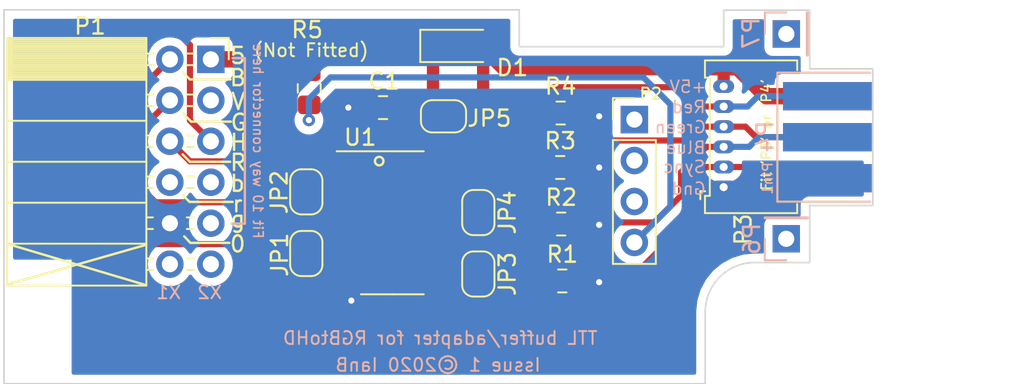
<source format=kicad_pcb>
(kicad_pcb (version 20171130) (host pcbnew "(5.1.4)-1")

  (general
    (thickness 1.6)
    (drawings 68)
    (tracks 205)
    (zones 0)
    (modules 20)
    (nets 24)
  )

  (page A4)
  (layers
    (0 F.Cu signal)
    (31 B.Cu signal)
    (34 B.Paste user hide)
    (35 F.Paste user hide)
    (36 B.SilkS user)
    (37 F.SilkS user)
    (38 B.Mask user hide)
    (39 F.Mask user hide)
    (40 Dwgs.User user hide)
    (41 Cmts.User user hide)
    (44 Edge.Cuts user)
    (45 Margin user hide)
    (46 B.CrtYd user hide)
    (47 F.CrtYd user hide)
    (48 B.Fab user hide)
    (49 F.Fab user hide)
  )

  (setup
    (last_trace_width 1.016)
    (user_trace_width 0.2032)
    (user_trace_width 0.381)
    (user_trace_width 0.635)
    (user_trace_width 0.762)
    (user_trace_width 0.889)
    (user_trace_width 1.016)
    (user_trace_width 1.143)
    (user_trace_width 1.27)
    (trace_clearance 0.2032)
    (zone_clearance 0.508)
    (zone_45_only yes)
    (trace_min 0.2032)
    (via_size 0.6604)
    (via_drill 0.3048)
    (via_min_size 0.6604)
    (via_min_drill 0.3048)
    (uvia_size 0.6096)
    (uvia_drill 0.3048)
    (uvias_allowed no)
    (uvia_min_size 0)
    (uvia_min_drill 0)
    (edge_width 0.1)
    (segment_width 0.2)
    (pcb_text_width 0.2)
    (pcb_text_size 1.25 1.25)
    (mod_edge_width 0.15)
    (mod_text_size 1 1)
    (mod_text_width 0.15)
    (pad_size 5.5 1.75)
    (pad_drill 0)
    (pad_to_mask_clearance 0.15)
    (solder_mask_min_width 0.26)
    (aux_axis_origin 12.502 54.50096)
    (grid_origin 45.002 28.00096)
    (visible_elements 7FFFFFFF)
    (pcbplotparams
      (layerselection 0x010f0_ffffffff)
      (usegerberextensions true)
      (usegerberattributes false)
      (usegerberadvancedattributes false)
      (creategerberjobfile false)
      (excludeedgelayer true)
      (linewidth 0.100000)
      (plotframeref false)
      (viasonmask false)
      (mode 1)
      (useauxorigin false)
      (hpglpennumber 1)
      (hpglpenspeed 20)
      (hpglpendiameter 15.000000)
      (psnegative false)
      (psa4output false)
      (plotreference true)
      (plotvalue false)
      (plotinvisibletext false)
      (padsonsilk false)
      (subtractmaskfromsilk false)
      (outputformat 1)
      (mirror false)
      (drillshape 0)
      (scaleselection 1)
      (outputdirectory "manufacturing/"))
  )

  (net 0 "")
  (net 1 /GND)
  (net 2 /SYNC)
  (net 3 /BLUE)
  (net 4 /GREEN)
  (net 5 /RED)
  (net 6 /BRED)
  (net 7 /BGREEN)
  (net 8 /BBLUE)
  (net 9 /VSYNC)
  (net 10 /ASYNC)
  (net 11 /ARED)
  (net 12 /AGREEN)
  (net 13 /ABLUE)
  (net 14 "Net-(P6-Pad1)")
  (net 15 /VCC)
  (net 16 /VCC_IN)
  (net 17 "Net-(P7-Pad1)")
  (net 18 /X2)
  (net 19 /X1)
  (net 20 "Net-(P2-Pad4)")
  (net 21 "Net-(P2-Pad3)")
  (net 22 "Net-(P2-Pad2)")
  (net 23 "Net-(P2-Pad1)")

  (net_class Default "This is the default net class."
    (clearance 0.2032)
    (trace_width 0.2032)
    (via_dia 0.6604)
    (via_drill 0.3048)
    (uvia_dia 0.6096)
    (uvia_drill 0.3048)
    (diff_pair_width 0.2032)
    (diff_pair_gap 0.25)
    (add_net /ABLUE)
    (add_net /AGREEN)
    (add_net /ARED)
    (add_net /ASYNC)
    (add_net /BBLUE)
    (add_net /BGREEN)
    (add_net /BLUE)
    (add_net /BRED)
    (add_net /GND)
    (add_net /GREEN)
    (add_net /RED)
    (add_net /SYNC)
    (add_net /VCC)
    (add_net /VCC_IN)
    (add_net /VSYNC)
    (add_net /X1)
    (add_net /X2)
    (add_net "Net-(P2-Pad1)")
    (add_net "Net-(P2-Pad2)")
    (add_net "Net-(P2-Pad3)")
    (add_net "Net-(P2-Pad4)")
    (add_net "Net-(P6-Pad1)")
    (add_net "Net-(P7-Pad1)")
  )

  (net_class Power ""
    (clearance 0.2032)
    (trace_width 0.381)
    (via_dia 0.762)
    (via_drill 0.381)
    (uvia_dia 0.6096)
    (uvia_drill 0.3048)
    (diff_pair_width 0.2032)
    (diff_pair_gap 0.25)
  )

  (module Package_SO:SOIC-14_3.9x8.7mm_P1.27mm (layer F.Cu) (tedit 5C97300E) (tstamp 5E57B40A)
    (at 51.606 44.51096)
    (descr "SOIC, 14 Pin (JEDEC MS-012AB, https://www.analog.com/media/en/package-pcb-resources/package/pkg_pdf/soic_narrow-r/r_14.pdf), generated with kicad-footprint-generator ipc_gullwing_generator.py")
    (tags "SOIC SO")
    (path /5E57B4E4)
    (attr smd)
    (fp_text reference U1 (at -1.99136 -5.29844) (layer F.SilkS)
      (effects (font (size 1 1) (thickness 0.15)))
    )
    (fp_text value 74LS08 (at 0 5.28) (layer F.Fab)
      (effects (font (size 1 1) (thickness 0.15)))
    )
    (fp_line (start 0 4.435) (end 1.95 4.435) (layer F.SilkS) (width 0.12))
    (fp_line (start 0 4.435) (end -1.95 4.435) (layer F.SilkS) (width 0.12))
    (fp_line (start 0 -4.435) (end 1.95 -4.435) (layer F.SilkS) (width 0.12))
    (fp_line (start 0 -4.435) (end -3.45 -4.435) (layer F.SilkS) (width 0.12))
    (fp_line (start -0.975 -4.325) (end 1.95 -4.325) (layer F.Fab) (width 0.1))
    (fp_line (start 1.95 -4.325) (end 1.95 4.325) (layer F.Fab) (width 0.1))
    (fp_line (start 1.95 4.325) (end -1.95 4.325) (layer F.Fab) (width 0.1))
    (fp_line (start -1.95 4.325) (end -1.95 -3.35) (layer F.Fab) (width 0.1))
    (fp_line (start -1.95 -3.35) (end -0.975 -4.325) (layer F.Fab) (width 0.1))
    (fp_line (start -3.7 -4.58) (end -3.7 4.58) (layer F.CrtYd) (width 0.05))
    (fp_line (start -3.7 4.58) (end 3.7 4.58) (layer F.CrtYd) (width 0.05))
    (fp_line (start 3.7 4.58) (end 3.7 -4.58) (layer F.CrtYd) (width 0.05))
    (fp_line (start 3.7 -4.58) (end -3.7 -4.58) (layer F.CrtYd) (width 0.05))
    (fp_text user %R (at 0 0) (layer F.Fab)
      (effects (font (size 0.98 0.98) (thickness 0.15)))
    )
    (pad 1 smd roundrect (at -2.475 -3.81) (size 1.95 0.6) (layers F.Cu F.Paste F.Mask) (roundrect_rratio 0.25)
      (net 13 /ABLUE))
    (pad 2 smd roundrect (at -2.475 -2.54) (size 1.95 0.6) (layers F.Cu F.Paste F.Mask) (roundrect_rratio 0.25)
      (net 13 /ABLUE))
    (pad 3 smd roundrect (at -2.475 -1.27) (size 1.95 0.6) (layers F.Cu F.Paste F.Mask) (roundrect_rratio 0.25)
      (net 3 /BLUE))
    (pad 4 smd roundrect (at -2.475 0) (size 1.95 0.6) (layers F.Cu F.Paste F.Mask) (roundrect_rratio 0.25)
      (net 10 /ASYNC))
    (pad 5 smd roundrect (at -2.475 1.27) (size 1.95 0.6) (layers F.Cu F.Paste F.Mask) (roundrect_rratio 0.25)
      (net 10 /ASYNC))
    (pad 6 smd roundrect (at -2.475 2.54) (size 1.95 0.6) (layers F.Cu F.Paste F.Mask) (roundrect_rratio 0.25)
      (net 2 /SYNC))
    (pad 7 smd roundrect (at -2.475 3.81) (size 1.95 0.6) (layers F.Cu F.Paste F.Mask) (roundrect_rratio 0.25)
      (net 1 /GND))
    (pad 8 smd roundrect (at 2.475 3.81) (size 1.95 0.6) (layers F.Cu F.Paste F.Mask) (roundrect_rratio 0.25)
      (net 4 /GREEN))
    (pad 9 smd roundrect (at 2.475 2.54) (size 1.95 0.6) (layers F.Cu F.Paste F.Mask) (roundrect_rratio 0.25)
      (net 12 /AGREEN))
    (pad 10 smd roundrect (at 2.475 1.27) (size 1.95 0.6) (layers F.Cu F.Paste F.Mask) (roundrect_rratio 0.25)
      (net 12 /AGREEN))
    (pad 11 smd roundrect (at 2.475 0) (size 1.95 0.6) (layers F.Cu F.Paste F.Mask) (roundrect_rratio 0.25)
      (net 5 /RED))
    (pad 12 smd roundrect (at 2.475 -1.27) (size 1.95 0.6) (layers F.Cu F.Paste F.Mask) (roundrect_rratio 0.25)
      (net 11 /ARED))
    (pad 13 smd roundrect (at 2.475 -2.54) (size 1.95 0.6) (layers F.Cu F.Paste F.Mask) (roundrect_rratio 0.25)
      (net 11 /ARED))
    (pad 14 smd roundrect (at 2.475 -3.81) (size 1.95 0.6) (layers F.Cu F.Paste F.Mask) (roundrect_rratio 0.25)
      (net 15 /VCC))
    (model ${KISYS3DMOD}/Package_SO.3dshapes/SOIC-14_3.9x8.7mm_P1.27mm.wrl
      (at (xyz 0 0 0))
      (scale (xyz 1 1 1))
      (rotate (xyz 0 0 0))
    )
  )

  (module Connector_PinHeader_2.54mm:PinHeader_1x04_P2.54mm_Vertical locked (layer F.Cu) (tedit 59FED5CC) (tstamp 5DCC4DD0)
    (at 66.6174 38.11016)
    (descr "Through hole straight pin header, 1x04, 2.54mm pitch, single row")
    (tags "Through hole pin header THT 1x04 2.54mm single row")
    (path /5DCFA861)
    (fp_text reference P2 (at 1.016 -1.6002) (layer F.SilkS)
      (effects (font (size 0.7 0.7) (thickness 0.12)))
    )
    (fp_text value Conn_01x04 (at 0 9.95) (layer F.Fab)
      (effects (font (size 1 1) (thickness 0.15)))
    )
    (fp_text user %R (at 0 3.81 90) (layer F.Fab)
      (effects (font (size 1 1) (thickness 0.15)))
    )
    (fp_line (start 1.8 -1.8) (end -1.8 -1.8) (layer F.CrtYd) (width 0.05))
    (fp_line (start 1.8 9.4) (end 1.8 -1.8) (layer F.CrtYd) (width 0.05))
    (fp_line (start -1.8 9.4) (end 1.8 9.4) (layer F.CrtYd) (width 0.05))
    (fp_line (start -1.8 -1.8) (end -1.8 9.4) (layer F.CrtYd) (width 0.05))
    (fp_line (start -1.33 -1.33) (end 0 -1.33) (layer F.SilkS) (width 0.12))
    (fp_line (start -1.33 0) (end -1.33 -1.33) (layer F.SilkS) (width 0.12))
    (fp_line (start -1.33 1.27) (end 1.33 1.27) (layer F.SilkS) (width 0.12))
    (fp_line (start 1.33 1.27) (end 1.33 8.95) (layer F.SilkS) (width 0.12))
    (fp_line (start -1.33 1.27) (end -1.33 8.95) (layer F.SilkS) (width 0.12))
    (fp_line (start -1.33 8.95) (end 1.33 8.95) (layer F.SilkS) (width 0.12))
    (fp_line (start -1.27 -0.635) (end -0.635 -1.27) (layer F.Fab) (width 0.1))
    (fp_line (start -1.27 8.89) (end -1.27 -0.635) (layer F.Fab) (width 0.1))
    (fp_line (start 1.27 8.89) (end -1.27 8.89) (layer F.Fab) (width 0.1))
    (fp_line (start 1.27 -1.27) (end 1.27 8.89) (layer F.Fab) (width 0.1))
    (fp_line (start -0.635 -1.27) (end 1.27 -1.27) (layer F.Fab) (width 0.1))
    (pad 4 thru_hole oval (at 0 7.62) (size 1.7 1.7) (drill 1) (layers *.Cu *.Mask)
      (net 20 "Net-(P2-Pad4)"))
    (pad 3 thru_hole oval (at 0 5.08) (size 1.7 1.7) (drill 1) (layers *.Cu *.Mask)
      (net 21 "Net-(P2-Pad3)"))
    (pad 2 thru_hole oval (at 0 2.54) (size 1.7 1.7) (drill 1) (layers *.Cu *.Mask)
      (net 22 "Net-(P2-Pad2)"))
    (pad 1 thru_hole rect (at 0 0) (size 1.7 1.7) (drill 1) (layers *.Cu *.Mask)
      (net 23 "Net-(P2-Pad1)"))
    (model ${KISYS3DMOD}/Connector_PinHeader_2.54mm.3dshapes/PinHeader_1x04_P2.54mm_Vertical.wrl
      (at (xyz 0 0 0))
      (scale (xyz 1 1 1))
      (rotate (xyz 0 0 0))
    )
  )

  (module Connector_PinHeader_2.54mm:PinHeader_1x01_P2.54mm_Vertical (layer B.Cu) (tedit 59FED5CC) (tstamp 5DCB85A9)
    (at 76.03318 45.5041)
    (descr "Through hole straight pin header, 1x01, 2.54mm pitch, single row")
    (tags "Through hole pin header THT 1x01 2.54mm single row")
    (path /5DD07D72)
    (fp_text reference P6 (at -2.1336 0 90) (layer B.SilkS)
      (effects (font (size 1 1) (thickness 0.15)) (justify mirror))
    )
    (fp_text value Conn_01x01 (at 0 -2.33) (layer B.Fab)
      (effects (font (size 1 1) (thickness 0.15)) (justify mirror))
    )
    (fp_line (start -0.635 1.27) (end 1.27 1.27) (layer B.Fab) (width 0.1))
    (fp_line (start 1.27 1.27) (end 1.27 -1.27) (layer B.Fab) (width 0.1))
    (fp_line (start 1.27 -1.27) (end -1.27 -1.27) (layer B.Fab) (width 0.1))
    (fp_line (start -1.27 -1.27) (end -1.27 0.635) (layer B.Fab) (width 0.1))
    (fp_line (start -1.27 0.635) (end -0.635 1.27) (layer B.Fab) (width 0.1))
    (fp_line (start -1.33 -1.33) (end 1.33 -1.33) (layer B.SilkS) (width 0.12))
    (fp_line (start -1.33 -1.27) (end -1.33 -1.33) (layer B.SilkS) (width 0.12))
    (fp_line (start 1.33 -1.27) (end 1.33 -1.33) (layer B.SilkS) (width 0.12))
    (fp_line (start -1.33 -1.27) (end 1.33 -1.27) (layer B.SilkS) (width 0.12))
    (fp_line (start -1.33 0) (end -1.33 1.33) (layer B.SilkS) (width 0.12))
    (fp_line (start -1.33 1.33) (end 0 1.33) (layer B.SilkS) (width 0.12))
    (fp_line (start -1.8 1.8) (end -1.8 -1.8) (layer B.CrtYd) (width 0.05))
    (fp_line (start -1.8 -1.8) (end 1.8 -1.8) (layer B.CrtYd) (width 0.05))
    (fp_line (start 1.8 -1.8) (end 1.8 1.8) (layer B.CrtYd) (width 0.05))
    (fp_line (start 1.8 1.8) (end -1.8 1.8) (layer B.CrtYd) (width 0.05))
    (fp_text user %R (at 0 0 270) (layer B.Fab)
      (effects (font (size 1 1) (thickness 0.15)) (justify mirror))
    )
    (pad 1 thru_hole rect (at 0 0) (size 1.7 1.7) (drill 1) (layers *.Cu *.Mask)
      (net 14 "Net-(P6-Pad1)"))
    (model ${KISYS3DMOD}/Connector_PinHeader_2.54mm.3dshapes/PinHeader_1x01_P2.54mm_Vertical.wrl
      (at (xyz 0 0 0))
      (scale (xyz 1 1 1))
      (rotate (xyz 0 0 0))
    )
  )

  (module Connector_PinSocket_2.54mm:PinSocket_2x06_P2.54mm_Horizontal locked (layer F.Cu) (tedit 5A19A42C) (tstamp 5E4F1D96)
    (at 40.3538 34.37636)
    (descr "Through hole angled socket strip, 2x06, 2.54mm pitch, 8.51mm socket length, double cols (from Kicad 4.0.7), script generated")
    (tags "Through hole angled socket strip THT 2x06 2.54mm double row")
    (path /5E50C60D)
    (zone_connect 2)
    (fp_text reference P1 (at -7.493 -2.0574) (layer F.SilkS)
      (effects (font (size 1 1) (thickness 0.15)))
    )
    (fp_text value Conn_02x06_Odd_Even (at -5.65 15.47) (layer F.Fab)
      (effects (font (size 1 1) (thickness 0.15)))
    )
    (fp_line (start -12.57 -1.27) (end -5.03 -1.27) (layer F.Fab) (width 0.1))
    (fp_line (start -5.03 -1.27) (end -4.06 -0.3) (layer F.Fab) (width 0.1))
    (fp_line (start -4.06 -0.3) (end -4.06 13.97) (layer F.Fab) (width 0.1))
    (fp_line (start -4.06 13.97) (end -12.57 13.97) (layer F.Fab) (width 0.1))
    (fp_line (start -12.57 13.97) (end -12.57 -1.27) (layer F.Fab) (width 0.1))
    (fp_line (start 0 -0.3) (end -4.06 -0.3) (layer F.Fab) (width 0.1))
    (fp_line (start -4.06 0.3) (end 0 0.3) (layer F.Fab) (width 0.1))
    (fp_line (start 0 0.3) (end 0 -0.3) (layer F.Fab) (width 0.1))
    (fp_line (start 0 2.24) (end -4.06 2.24) (layer F.Fab) (width 0.1))
    (fp_line (start -4.06 2.84) (end 0 2.84) (layer F.Fab) (width 0.1))
    (fp_line (start 0 2.84) (end 0 2.24) (layer F.Fab) (width 0.1))
    (fp_line (start 0 4.78) (end -4.06 4.78) (layer F.Fab) (width 0.1))
    (fp_line (start -4.06 5.38) (end 0 5.38) (layer F.Fab) (width 0.1))
    (fp_line (start 0 5.38) (end 0 4.78) (layer F.Fab) (width 0.1))
    (fp_line (start 0 7.32) (end -4.06 7.32) (layer F.Fab) (width 0.1))
    (fp_line (start -4.06 7.92) (end 0 7.92) (layer F.Fab) (width 0.1))
    (fp_line (start 0 7.92) (end 0 7.32) (layer F.Fab) (width 0.1))
    (fp_line (start 0 9.86) (end -4.06 9.86) (layer F.Fab) (width 0.1))
    (fp_line (start -4.06 10.46) (end 0 10.46) (layer F.Fab) (width 0.1))
    (fp_line (start 0 10.46) (end 0 9.86) (layer F.Fab) (width 0.1))
    (fp_line (start 0 12.4) (end -4.06 12.4) (layer F.Fab) (width 0.1))
    (fp_line (start -4.06 13) (end 0 13) (layer F.Fab) (width 0.1))
    (fp_line (start 0 13) (end 0 12.4) (layer F.Fab) (width 0.1))
    (fp_line (start -12.63 -1.21) (end -4 -1.21) (layer F.SilkS) (width 0.12))
    (fp_line (start -12.63 -1.091905) (end -4 -1.091905) (layer F.SilkS) (width 0.12))
    (fp_line (start -12.63 -0.97381) (end -4 -0.97381) (layer F.SilkS) (width 0.12))
    (fp_line (start -12.63 -0.855715) (end -4 -0.855715) (layer F.SilkS) (width 0.12))
    (fp_line (start -12.63 -0.73762) (end -4 -0.73762) (layer F.SilkS) (width 0.12))
    (fp_line (start -12.63 -0.619525) (end -4 -0.619525) (layer F.SilkS) (width 0.12))
    (fp_line (start -12.63 -0.50143) (end -4 -0.50143) (layer F.SilkS) (width 0.12))
    (fp_line (start -12.63 -0.383335) (end -4 -0.383335) (layer F.SilkS) (width 0.12))
    (fp_line (start -12.63 -0.26524) (end -4 -0.26524) (layer F.SilkS) (width 0.12))
    (fp_line (start -12.63 -0.147145) (end -4 -0.147145) (layer F.SilkS) (width 0.12))
    (fp_line (start -12.63 -0.02905) (end -4 -0.02905) (layer F.SilkS) (width 0.12))
    (fp_line (start -12.63 0.089045) (end -4 0.089045) (layer F.SilkS) (width 0.12))
    (fp_line (start -12.63 0.20714) (end -4 0.20714) (layer F.SilkS) (width 0.12))
    (fp_line (start -12.63 0.325235) (end -4 0.325235) (layer F.SilkS) (width 0.12))
    (fp_line (start -12.63 0.44333) (end -4 0.44333) (layer F.SilkS) (width 0.12))
    (fp_line (start -12.63 0.561425) (end -4 0.561425) (layer F.SilkS) (width 0.12))
    (fp_line (start -12.63 0.67952) (end -4 0.67952) (layer F.SilkS) (width 0.12))
    (fp_line (start -12.63 0.797615) (end -4 0.797615) (layer F.SilkS) (width 0.12))
    (fp_line (start -12.63 0.91571) (end -4 0.91571) (layer F.SilkS) (width 0.12))
    (fp_line (start -12.63 1.033805) (end -4 1.033805) (layer F.SilkS) (width 0.12))
    (fp_line (start -12.63 1.1519) (end -4 1.1519) (layer F.SilkS) (width 0.12))
    (fp_line (start -4 -0.36) (end -3.59 -0.36) (layer F.SilkS) (width 0.12))
    (fp_line (start -1.49 -0.36) (end -1.11 -0.36) (layer F.SilkS) (width 0.12))
    (fp_line (start -4 0.36) (end -3.59 0.36) (layer F.SilkS) (width 0.12))
    (fp_line (start -1.49 0.36) (end -1.11 0.36) (layer F.SilkS) (width 0.12))
    (fp_line (start -4 2.18) (end -3.59 2.18) (layer F.SilkS) (width 0.12))
    (fp_line (start -1.49 2.18) (end -1.05 2.18) (layer F.SilkS) (width 0.12))
    (fp_line (start -4 2.9) (end -3.59 2.9) (layer F.SilkS) (width 0.12))
    (fp_line (start -1.49 2.9) (end -1.05 2.9) (layer F.SilkS) (width 0.12))
    (fp_line (start -4 4.72) (end -3.59 4.72) (layer F.SilkS) (width 0.12))
    (fp_line (start -1.49 4.72) (end -1.05 4.72) (layer F.SilkS) (width 0.12))
    (fp_line (start -4 5.44) (end -3.59 5.44) (layer F.SilkS) (width 0.12))
    (fp_line (start -1.49 5.44) (end -1.05 5.44) (layer F.SilkS) (width 0.12))
    (fp_line (start -4 7.26) (end -3.59 7.26) (layer F.SilkS) (width 0.12))
    (fp_line (start -1.49 7.26) (end -1.05 7.26) (layer F.SilkS) (width 0.12))
    (fp_line (start -4 7.98) (end -3.59 7.98) (layer F.SilkS) (width 0.12))
    (fp_line (start -1.49 7.98) (end -1.05 7.98) (layer F.SilkS) (width 0.12))
    (fp_line (start -4 9.8) (end -3.59 9.8) (layer F.SilkS) (width 0.12))
    (fp_line (start -1.49 9.8) (end -1.05 9.8) (layer F.SilkS) (width 0.12))
    (fp_line (start -4 10.52) (end -3.59 10.52) (layer F.SilkS) (width 0.12))
    (fp_line (start -1.49 10.52) (end -1.05 10.52) (layer F.SilkS) (width 0.12))
    (fp_line (start -4 12.34) (end -3.59 12.34) (layer F.SilkS) (width 0.12))
    (fp_line (start -1.49 12.34) (end -1.05 12.34) (layer F.SilkS) (width 0.12))
    (fp_line (start -4 13.06) (end -3.59 13.06) (layer F.SilkS) (width 0.12))
    (fp_line (start -1.49 13.06) (end -1.05 13.06) (layer F.SilkS) (width 0.12))
    (fp_line (start -12.63 1.27) (end -4 1.27) (layer F.SilkS) (width 0.12))
    (fp_line (start -12.63 3.81) (end -4 3.81) (layer F.SilkS) (width 0.12))
    (fp_line (start -12.63 6.35) (end -4 6.35) (layer F.SilkS) (width 0.12))
    (fp_line (start -12.63 8.89) (end -4 8.89) (layer F.SilkS) (width 0.12))
    (fp_line (start -12.63 11.43) (end -4 11.43) (layer F.SilkS) (width 0.12))
    (fp_line (start -12.63 -1.33) (end -4 -1.33) (layer F.SilkS) (width 0.12))
    (fp_line (start -4 -1.33) (end -4 14.03) (layer F.SilkS) (width 0.12))
    (fp_line (start -12.63 14.03) (end -4 14.03) (layer F.SilkS) (width 0.12))
    (fp_line (start -12.63 -1.33) (end -12.63 14.03) (layer F.SilkS) (width 0.12))
    (fp_line (start 1.11 -1.33) (end 1.11 0) (layer F.SilkS) (width 0.12))
    (fp_line (start 0 -1.33) (end 1.11 -1.33) (layer F.SilkS) (width 0.12))
    (fp_line (start 1.8 -1.8) (end -13.05 -1.8) (layer F.CrtYd) (width 0.05))
    (fp_line (start -13.05 -1.8) (end -13.05 14.45) (layer F.CrtYd) (width 0.05))
    (fp_line (start -13.05 14.45) (end 1.8 14.45) (layer F.CrtYd) (width 0.05))
    (fp_line (start 1.8 14.45) (end 1.8 -1.8) (layer F.CrtYd) (width 0.05))
    (fp_text user %R (at -8.315 6.35 90) (layer F.Fab)
      (effects (font (size 1 1) (thickness 0.15)))
    )
    (pad 1 thru_hole rect (at 0 0) (size 1.7 1.7) (drill 1) (layers *.Cu *.Mask)
      (net 15 /VCC) (zone_connect 2))
    (pad 2 thru_hole oval (at -2.54 0) (size 1.7 1.7) (drill 1) (layers *.Cu *.Mask)
      (net 3 /BLUE) (zone_connect 2))
    (pad 3 thru_hole oval (at 0 2.54) (size 1.7 1.7) (drill 1) (layers *.Cu *.Mask)
      (net 9 /VSYNC) (zone_connect 2))
    (pad 4 thru_hole oval (at -2.54 2.54) (size 1.7 1.7) (drill 1) (layers *.Cu *.Mask)
      (net 4 /GREEN) (zone_connect 2))
    (pad 5 thru_hole oval (at 0 5.08) (size 1.7 1.7) (drill 1) (layers *.Cu *.Mask)
      (net 2 /SYNC) (zone_connect 2))
    (pad 6 thru_hole oval (at -2.54 5.08) (size 1.7 1.7) (drill 1) (layers *.Cu *.Mask)
      (net 5 /RED) (zone_connect 2))
    (pad 7 thru_hole oval (at 0 7.62) (size 1.7 1.7) (drill 1) (layers *.Cu *.Mask)
      (net 8 /BBLUE) (zone_connect 2))
    (pad 8 thru_hole oval (at -2.54 7.62) (size 1.7 1.7) (drill 1) (layers *.Cu *.Mask)
      (net 6 /BRED) (zone_connect 2))
    (pad 9 thru_hole oval (at 0 10.16) (size 1.7 1.7) (drill 1) (layers *.Cu *.Mask)
      (net 7 /BGREEN) (zone_connect 2))
    (pad 10 thru_hole oval (at -2.54 10.16) (size 1.7 1.7) (drill 1) (layers *.Cu *.Mask)
      (net 1 /GND) (zone_connect 2))
    (pad 11 thru_hole oval (at 0 12.7) (size 1.7 1.7) (drill 1) (layers *.Cu *.Mask)
      (net 18 /X2) (zone_connect 2))
    (pad 12 thru_hole oval (at -2.54 12.7) (size 1.7 1.7) (drill 1) (layers *.Cu *.Mask)
      (net 19 /X1) (zone_connect 2))
    (model ${KISYS3DMOD}/Connector_PinSocket_2.54mm.3dshapes/PinSocket_2x06_P2.54mm_Horizontal.wrl
      (at (xyz 0 0 0))
      (scale (xyz 1 1 1))
      (rotate (xyz 0 0 0))
    )
  )

  (module Connector_PinHeader_2.54mm:PinHeader_1x01_P2.54mm_Vertical (layer B.Cu) (tedit 59FED5CC) (tstamp 5E575828)
    (at 76.0408 32.80156 270)
    (descr "Through hole straight pin header, 1x01, 2.54mm pitch, single row")
    (tags "Through hole pin header THT 1x01 2.54mm single row")
    (path /5E6322BC)
    (fp_text reference P7 (at -0.0508 2.1844 270) (layer B.SilkS)
      (effects (font (size 1 1) (thickness 0.15)) (justify mirror))
    )
    (fp_text value Conn_01x01 (at 0 -2.33 90) (layer B.Fab)
      (effects (font (size 1 1) (thickness 0.15)) (justify mirror))
    )
    (fp_line (start -0.635 1.27) (end 1.27 1.27) (layer B.Fab) (width 0.1))
    (fp_line (start 1.27 1.27) (end 1.27 -1.27) (layer B.Fab) (width 0.1))
    (fp_line (start 1.27 -1.27) (end -1.27 -1.27) (layer B.Fab) (width 0.1))
    (fp_line (start -1.27 -1.27) (end -1.27 0.635) (layer B.Fab) (width 0.1))
    (fp_line (start -1.27 0.635) (end -0.635 1.27) (layer B.Fab) (width 0.1))
    (fp_line (start -1.33 -1.33) (end 1.33 -1.33) (layer B.SilkS) (width 0.12))
    (fp_line (start -1.33 -1.27) (end -1.33 -1.33) (layer B.SilkS) (width 0.12))
    (fp_line (start 1.33 -1.27) (end 1.33 -1.33) (layer B.SilkS) (width 0.12))
    (fp_line (start -1.33 -1.27) (end 1.33 -1.27) (layer B.SilkS) (width 0.12))
    (fp_line (start -1.33 0) (end -1.33 1.33) (layer B.SilkS) (width 0.12))
    (fp_line (start -1.33 1.33) (end 0 1.33) (layer B.SilkS) (width 0.12))
    (fp_line (start -1.8 1.8) (end -1.8 -1.8) (layer B.CrtYd) (width 0.05))
    (fp_line (start -1.8 -1.8) (end 1.8 -1.8) (layer B.CrtYd) (width 0.05))
    (fp_line (start 1.8 -1.8) (end 1.8 1.8) (layer B.CrtYd) (width 0.05))
    (fp_line (start 1.8 1.8) (end -1.8 1.8) (layer B.CrtYd) (width 0.05))
    (fp_text user %R (at 0 0 180) (layer B.Fab)
      (effects (font (size 1 1) (thickness 0.15)) (justify mirror))
    )
    (pad 1 thru_hole rect (at 0 0 270) (size 1.7 1.7) (drill 1) (layers *.Cu *.Mask)
      (net 17 "Net-(P7-Pad1)"))
    (model ${KISYS3DMOD}/Connector_PinHeader_2.54mm.3dshapes/PinHeader_1x01_P2.54mm_Vertical.wrl
      (at (xyz 0 0 0))
      (scale (xyz 1 1 1))
      (rotate (xyz 0 0 0))
    )
  )

  (module Diode_SMD:D_SOD-123 (layer F.Cu) (tedit 58645DC7) (tstamp 5E575DED)
    (at 55.58872 33.54324)
    (descr SOD-123)
    (tags SOD-123)
    (path /5E5D9673)
    (attr smd)
    (fp_text reference D1 (at 3.45948 1.35382) (layer F.SilkS)
      (effects (font (size 1 1) (thickness 0.15)))
    )
    (fp_text value D_Schottky (at 0 2.1) (layer F.Fab)
      (effects (font (size 1 1) (thickness 0.15)))
    )
    (fp_text user %R (at 0 -2) (layer F.Fab)
      (effects (font (size 1 1) (thickness 0.15)))
    )
    (fp_line (start -2.25 -1) (end -2.25 1) (layer F.SilkS) (width 0.12))
    (fp_line (start 0.25 0) (end 0.75 0) (layer F.Fab) (width 0.1))
    (fp_line (start 0.25 0.4) (end -0.35 0) (layer F.Fab) (width 0.1))
    (fp_line (start 0.25 -0.4) (end 0.25 0.4) (layer F.Fab) (width 0.1))
    (fp_line (start -0.35 0) (end 0.25 -0.4) (layer F.Fab) (width 0.1))
    (fp_line (start -0.35 0) (end -0.35 0.55) (layer F.Fab) (width 0.1))
    (fp_line (start -0.35 0) (end -0.35 -0.55) (layer F.Fab) (width 0.1))
    (fp_line (start -0.75 0) (end -0.35 0) (layer F.Fab) (width 0.1))
    (fp_line (start -1.4 0.9) (end -1.4 -0.9) (layer F.Fab) (width 0.1))
    (fp_line (start 1.4 0.9) (end -1.4 0.9) (layer F.Fab) (width 0.1))
    (fp_line (start 1.4 -0.9) (end 1.4 0.9) (layer F.Fab) (width 0.1))
    (fp_line (start -1.4 -0.9) (end 1.4 -0.9) (layer F.Fab) (width 0.1))
    (fp_line (start -2.35 -1.15) (end 2.35 -1.15) (layer F.CrtYd) (width 0.05))
    (fp_line (start 2.35 -1.15) (end 2.35 1.15) (layer F.CrtYd) (width 0.05))
    (fp_line (start 2.35 1.15) (end -2.35 1.15) (layer F.CrtYd) (width 0.05))
    (fp_line (start -2.35 -1.15) (end -2.35 1.15) (layer F.CrtYd) (width 0.05))
    (fp_line (start -2.25 1) (end 1.65 1) (layer F.SilkS) (width 0.12))
    (fp_line (start -2.25 -1) (end 1.65 -1) (layer F.SilkS) (width 0.12))
    (pad 1 smd rect (at -1.65 0) (size 0.9 1.2) (layers F.Cu F.Paste F.Mask)
      (net 15 /VCC))
    (pad 2 smd rect (at 1.65 0) (size 0.9 1.2) (layers F.Cu F.Paste F.Mask)
      (net 16 /VCC_IN))
    (model ${KISYS3DMOD}/Diode_SMD.3dshapes/D_SOD-123.wrl
      (at (xyz 0 0 0))
      (scale (xyz 1 1 1))
      (rotate (xyz 0 0 0))
    )
  )

  (module Resistor_SMD:R_0805_2012Metric_Pad1.15x1.40mm_HandSolder (layer F.Cu) (tedit 5B36C52B) (tstamp 5E575DFE)
    (at 62.147 48.11776)
    (descr "Resistor SMD 0805 (2012 Metric), square (rectangular) end terminal, IPC_7351 nominal with elongated pad for handsoldering. (Body size source: https://docs.google.com/spreadsheets/d/1BsfQQcO9C6DZCsRaXUlFlo91Tg2WpOkGARC1WS5S8t0/edit?usp=sharing), generated with kicad-footprint-generator")
    (tags "resistor handsolder")
    (path /5E5DA0A7)
    (attr smd)
    (fp_text reference R1 (at 0 -1.65) (layer F.SilkS)
      (effects (font (size 1 1) (thickness 0.15)))
    )
    (fp_text value 47K (at 0 1.65) (layer F.Fab)
      (effects (font (size 1 1) (thickness 0.15)))
    )
    (fp_line (start -1 0.6) (end -1 -0.6) (layer F.Fab) (width 0.1))
    (fp_line (start -1 -0.6) (end 1 -0.6) (layer F.Fab) (width 0.1))
    (fp_line (start 1 -0.6) (end 1 0.6) (layer F.Fab) (width 0.1))
    (fp_line (start 1 0.6) (end -1 0.6) (layer F.Fab) (width 0.1))
    (fp_line (start -0.261252 -0.71) (end 0.261252 -0.71) (layer F.SilkS) (width 0.12))
    (fp_line (start -0.261252 0.71) (end 0.261252 0.71) (layer F.SilkS) (width 0.12))
    (fp_line (start -1.85 0.95) (end -1.85 -0.95) (layer F.CrtYd) (width 0.05))
    (fp_line (start -1.85 -0.95) (end 1.85 -0.95) (layer F.CrtYd) (width 0.05))
    (fp_line (start 1.85 -0.95) (end 1.85 0.95) (layer F.CrtYd) (width 0.05))
    (fp_line (start 1.85 0.95) (end -1.85 0.95) (layer F.CrtYd) (width 0.05))
    (fp_text user %R (at 0 0) (layer F.Fab)
      (effects (font (size 0.5 0.5) (thickness 0.08)))
    )
    (pad 1 smd roundrect (at -1.025 0) (size 1.15 1.4) (layers F.Cu F.Paste F.Mask) (roundrect_rratio 0.217391)
      (net 10 /ASYNC))
    (pad 2 smd roundrect (at 1.025 0) (size 1.15 1.4) (layers F.Cu F.Paste F.Mask) (roundrect_rratio 0.217391)
      (net 1 /GND))
    (model ${KISYS3DMOD}/Resistor_SMD.3dshapes/R_0805_2012Metric.wrl
      (at (xyz 0 0 0))
      (scale (xyz 1 1 1))
      (rotate (xyz 0 0 0))
    )
  )

  (module Resistor_SMD:R_0805_2012Metric_Pad1.15x1.40mm_HandSolder (layer F.Cu) (tedit 5B36C52B) (tstamp 5E575E0F)
    (at 62.0798 44.58716)
    (descr "Resistor SMD 0805 (2012 Metric), square (rectangular) end terminal, IPC_7351 nominal with elongated pad for handsoldering. (Body size source: https://docs.google.com/spreadsheets/d/1BsfQQcO9C6DZCsRaXUlFlo91Tg2WpOkGARC1WS5S8t0/edit?usp=sharing), generated with kicad-footprint-generator")
    (tags "resistor handsolder")
    (path /5E5DA7E8)
    (attr smd)
    (fp_text reference R2 (at 0 -1.65) (layer F.SilkS)
      (effects (font (size 1 1) (thickness 0.15)))
    )
    (fp_text value 47K (at 0 1.65) (layer F.Fab)
      (effects (font (size 1 1) (thickness 0.15)))
    )
    (fp_text user %R (at 0 0) (layer F.Fab)
      (effects (font (size 0.5 0.5) (thickness 0.08)))
    )
    (fp_line (start 1.85 0.95) (end -1.85 0.95) (layer F.CrtYd) (width 0.05))
    (fp_line (start 1.85 -0.95) (end 1.85 0.95) (layer F.CrtYd) (width 0.05))
    (fp_line (start -1.85 -0.95) (end 1.85 -0.95) (layer F.CrtYd) (width 0.05))
    (fp_line (start -1.85 0.95) (end -1.85 -0.95) (layer F.CrtYd) (width 0.05))
    (fp_line (start -0.261252 0.71) (end 0.261252 0.71) (layer F.SilkS) (width 0.12))
    (fp_line (start -0.261252 -0.71) (end 0.261252 -0.71) (layer F.SilkS) (width 0.12))
    (fp_line (start 1 0.6) (end -1 0.6) (layer F.Fab) (width 0.1))
    (fp_line (start 1 -0.6) (end 1 0.6) (layer F.Fab) (width 0.1))
    (fp_line (start -1 -0.6) (end 1 -0.6) (layer F.Fab) (width 0.1))
    (fp_line (start -1 0.6) (end -1 -0.6) (layer F.Fab) (width 0.1))
    (pad 2 smd roundrect (at 1.025 0) (size 1.15 1.4) (layers F.Cu F.Paste F.Mask) (roundrect_rratio 0.217391)
      (net 1 /GND))
    (pad 1 smd roundrect (at -1.025 0) (size 1.15 1.4) (layers F.Cu F.Paste F.Mask) (roundrect_rratio 0.217391)
      (net 13 /ABLUE))
    (model ${KISYS3DMOD}/Resistor_SMD.3dshapes/R_0805_2012Metric.wrl
      (at (xyz 0 0 0))
      (scale (xyz 1 1 1))
      (rotate (xyz 0 0 0))
    )
  )

  (module Resistor_SMD:R_0805_2012Metric_Pad1.15x1.40mm_HandSolder (layer F.Cu) (tedit 5B36C52B) (tstamp 5E575E20)
    (at 62.02 41.08196)
    (descr "Resistor SMD 0805 (2012 Metric), square (rectangular) end terminal, IPC_7351 nominal with elongated pad for handsoldering. (Body size source: https://docs.google.com/spreadsheets/d/1BsfQQcO9C6DZCsRaXUlFlo91Tg2WpOkGARC1WS5S8t0/edit?usp=sharing), generated with kicad-footprint-generator")
    (tags "resistor handsolder")
    (path /5E5DAF3E)
    (attr smd)
    (fp_text reference R3 (at 0 -1.65) (layer F.SilkS)
      (effects (font (size 1 1) (thickness 0.15)))
    )
    (fp_text value 47K (at 0 1.65) (layer F.Fab)
      (effects (font (size 1 1) (thickness 0.15)))
    )
    (fp_line (start -1 0.6) (end -1 -0.6) (layer F.Fab) (width 0.1))
    (fp_line (start -1 -0.6) (end 1 -0.6) (layer F.Fab) (width 0.1))
    (fp_line (start 1 -0.6) (end 1 0.6) (layer F.Fab) (width 0.1))
    (fp_line (start 1 0.6) (end -1 0.6) (layer F.Fab) (width 0.1))
    (fp_line (start -0.261252 -0.71) (end 0.261252 -0.71) (layer F.SilkS) (width 0.12))
    (fp_line (start -0.261252 0.71) (end 0.261252 0.71) (layer F.SilkS) (width 0.12))
    (fp_line (start -1.85 0.95) (end -1.85 -0.95) (layer F.CrtYd) (width 0.05))
    (fp_line (start -1.85 -0.95) (end 1.85 -0.95) (layer F.CrtYd) (width 0.05))
    (fp_line (start 1.85 -0.95) (end 1.85 0.95) (layer F.CrtYd) (width 0.05))
    (fp_line (start 1.85 0.95) (end -1.85 0.95) (layer F.CrtYd) (width 0.05))
    (fp_text user %R (at 0 0) (layer F.Fab)
      (effects (font (size 0.5 0.5) (thickness 0.08)))
    )
    (pad 1 smd roundrect (at -1.025 0) (size 1.15 1.4) (layers F.Cu F.Paste F.Mask) (roundrect_rratio 0.217391)
      (net 12 /AGREEN))
    (pad 2 smd roundrect (at 1.025 0) (size 1.15 1.4) (layers F.Cu F.Paste F.Mask) (roundrect_rratio 0.217391)
      (net 1 /GND))
    (model ${KISYS3DMOD}/Resistor_SMD.3dshapes/R_0805_2012Metric.wrl
      (at (xyz 0 0 0))
      (scale (xyz 1 1 1))
      (rotate (xyz 0 0 0))
    )
  )

  (module Resistor_SMD:R_0805_2012Metric_Pad1.15x1.40mm_HandSolder (layer F.Cu) (tedit 5B36C52B) (tstamp 5E575E31)
    (at 62.0454 37.70376)
    (descr "Resistor SMD 0805 (2012 Metric), square (rectangular) end terminal, IPC_7351 nominal with elongated pad for handsoldering. (Body size source: https://docs.google.com/spreadsheets/d/1BsfQQcO9C6DZCsRaXUlFlo91Tg2WpOkGARC1WS5S8t0/edit?usp=sharing), generated with kicad-footprint-generator")
    (tags "resistor handsolder")
    (path /5E5DB84E)
    (attr smd)
    (fp_text reference R4 (at 0 -1.65) (layer F.SilkS)
      (effects (font (size 1 1) (thickness 0.15)))
    )
    (fp_text value 47K (at 0 1.65) (layer F.Fab)
      (effects (font (size 1 1) (thickness 0.15)))
    )
    (fp_text user %R (at 0 0) (layer F.Fab)
      (effects (font (size 0.5 0.5) (thickness 0.08)))
    )
    (fp_line (start 1.85 0.95) (end -1.85 0.95) (layer F.CrtYd) (width 0.05))
    (fp_line (start 1.85 -0.95) (end 1.85 0.95) (layer F.CrtYd) (width 0.05))
    (fp_line (start -1.85 -0.95) (end 1.85 -0.95) (layer F.CrtYd) (width 0.05))
    (fp_line (start -1.85 0.95) (end -1.85 -0.95) (layer F.CrtYd) (width 0.05))
    (fp_line (start -0.261252 0.71) (end 0.261252 0.71) (layer F.SilkS) (width 0.12))
    (fp_line (start -0.261252 -0.71) (end 0.261252 -0.71) (layer F.SilkS) (width 0.12))
    (fp_line (start 1 0.6) (end -1 0.6) (layer F.Fab) (width 0.1))
    (fp_line (start 1 -0.6) (end 1 0.6) (layer F.Fab) (width 0.1))
    (fp_line (start -1 -0.6) (end 1 -0.6) (layer F.Fab) (width 0.1))
    (fp_line (start -1 0.6) (end -1 -0.6) (layer F.Fab) (width 0.1))
    (pad 2 smd roundrect (at 1.025 0) (size 1.15 1.4) (layers F.Cu F.Paste F.Mask) (roundrect_rratio 0.217391)
      (net 1 /GND))
    (pad 1 smd roundrect (at -1.025 0) (size 1.15 1.4) (layers F.Cu F.Paste F.Mask) (roundrect_rratio 0.217391)
      (net 11 /ARED))
    (model ${KISYS3DMOD}/Resistor_SMD.3dshapes/R_0805_2012Metric.wrl
      (at (xyz 0 0 0))
      (scale (xyz 1 1 1))
      (rotate (xyz 0 0 0))
    )
  )

  (module Jumper:SolderJumper-2_P1.3mm_Open_RoundedPad1.0x1.5mm (layer F.Cu) (tedit 5B391E66) (tstamp 5E57C14F)
    (at 46.272 46.41596 270)
    (descr "SMD Solder Jumper, 1x1.5mm, rounded Pads, 0.3mm gap, open")
    (tags "solder jumper open")
    (path /5E6139A7)
    (attr virtual)
    (fp_text reference JP1 (at 0.0762 1.651 90) (layer F.SilkS)
      (effects (font (size 1 1) (thickness 0.15)))
    )
    (fp_text value SolderJumper_2_Open (at 0 1.9 90) (layer F.Fab)
      (effects (font (size 1 1) (thickness 0.15)))
    )
    (fp_line (start 1.65 1.25) (end -1.65 1.25) (layer F.CrtYd) (width 0.05))
    (fp_line (start 1.65 1.25) (end 1.65 -1.25) (layer F.CrtYd) (width 0.05))
    (fp_line (start -1.65 -1.25) (end -1.65 1.25) (layer F.CrtYd) (width 0.05))
    (fp_line (start -1.65 -1.25) (end 1.65 -1.25) (layer F.CrtYd) (width 0.05))
    (fp_line (start -0.7 -1) (end 0.7 -1) (layer F.SilkS) (width 0.12))
    (fp_line (start 1.4 -0.3) (end 1.4 0.3) (layer F.SilkS) (width 0.12))
    (fp_line (start 0.7 1) (end -0.7 1) (layer F.SilkS) (width 0.12))
    (fp_line (start -1.4 0.3) (end -1.4 -0.3) (layer F.SilkS) (width 0.12))
    (fp_arc (start -0.7 -0.3) (end -0.7 -1) (angle -90) (layer F.SilkS) (width 0.12))
    (fp_arc (start -0.7 0.3) (end -1.4 0.3) (angle -90) (layer F.SilkS) (width 0.12))
    (fp_arc (start 0.7 0.3) (end 0.7 1) (angle -90) (layer F.SilkS) (width 0.12))
    (fp_arc (start 0.7 -0.3) (end 1.4 -0.3) (angle -90) (layer F.SilkS) (width 0.12))
    (pad 2 smd custom (at 0.65 0 270) (size 1 0.5) (layers F.Cu F.Mask)
      (net 2 /SYNC) (zone_connect 2)
      (options (clearance outline) (anchor rect))
      (primitives
        (gr_circle (center 0 0.25) (end 0.5 0.25) (width 0))
        (gr_circle (center 0 -0.25) (end 0.5 -0.25) (width 0))
        (gr_poly (pts
           (xy 0 -0.75) (xy -0.5 -0.75) (xy -0.5 0.75) (xy 0 0.75)) (width 0))
      ))
    (pad 1 smd custom (at -0.65 0 270) (size 1 0.5) (layers F.Cu F.Mask)
      (net 10 /ASYNC) (zone_connect 2)
      (options (clearance outline) (anchor rect))
      (primitives
        (gr_circle (center 0 0.25) (end 0.5 0.25) (width 0))
        (gr_circle (center 0 -0.25) (end 0.5 -0.25) (width 0))
        (gr_poly (pts
           (xy 0 -0.75) (xy 0.5 -0.75) (xy 0.5 0.75) (xy 0 0.75)) (width 0))
      ))
  )

  (module Jumper:SolderJumper-2_P1.3mm_Open_RoundedPad1.0x1.5mm (layer F.Cu) (tedit 5B391E66) (tstamp 5E57C161)
    (at 46.272 42.59096 270)
    (descr "SMD Solder Jumper, 1x1.5mm, rounded Pads, 0.3mm gap, open")
    (tags "solder jumper open")
    (path /5E614667)
    (attr virtual)
    (fp_text reference JP2 (at 0.0254 1.6764 90) (layer F.SilkS)
      (effects (font (size 1 1) (thickness 0.15)))
    )
    (fp_text value SolderJumper_2_Open (at 0 1.9 90) (layer F.Fab)
      (effects (font (size 1 1) (thickness 0.15)))
    )
    (fp_arc (start 0.7 -0.3) (end 1.4 -0.3) (angle -90) (layer F.SilkS) (width 0.12))
    (fp_arc (start 0.7 0.3) (end 0.7 1) (angle -90) (layer F.SilkS) (width 0.12))
    (fp_arc (start -0.7 0.3) (end -1.4 0.3) (angle -90) (layer F.SilkS) (width 0.12))
    (fp_arc (start -0.7 -0.3) (end -0.7 -1) (angle -90) (layer F.SilkS) (width 0.12))
    (fp_line (start -1.4 0.3) (end -1.4 -0.3) (layer F.SilkS) (width 0.12))
    (fp_line (start 0.7 1) (end -0.7 1) (layer F.SilkS) (width 0.12))
    (fp_line (start 1.4 -0.3) (end 1.4 0.3) (layer F.SilkS) (width 0.12))
    (fp_line (start -0.7 -1) (end 0.7 -1) (layer F.SilkS) (width 0.12))
    (fp_line (start -1.65 -1.25) (end 1.65 -1.25) (layer F.CrtYd) (width 0.05))
    (fp_line (start -1.65 -1.25) (end -1.65 1.25) (layer F.CrtYd) (width 0.05))
    (fp_line (start 1.65 1.25) (end 1.65 -1.25) (layer F.CrtYd) (width 0.05))
    (fp_line (start 1.65 1.25) (end -1.65 1.25) (layer F.CrtYd) (width 0.05))
    (pad 1 smd custom (at -0.65 0 270) (size 1 0.5) (layers F.Cu F.Mask)
      (net 13 /ABLUE) (zone_connect 2)
      (options (clearance outline) (anchor rect))
      (primitives
        (gr_circle (center 0 0.25) (end 0.5 0.25) (width 0))
        (gr_circle (center 0 -0.25) (end 0.5 -0.25) (width 0))
        (gr_poly (pts
           (xy 0 -0.75) (xy 0.5 -0.75) (xy 0.5 0.75) (xy 0 0.75)) (width 0))
      ))
    (pad 2 smd custom (at 0.65 0 270) (size 1 0.5) (layers F.Cu F.Mask)
      (net 3 /BLUE) (zone_connect 2)
      (options (clearance outline) (anchor rect))
      (primitives
        (gr_circle (center 0 0.25) (end 0.5 0.25) (width 0))
        (gr_circle (center 0 -0.25) (end 0.5 -0.25) (width 0))
        (gr_poly (pts
           (xy 0 -0.75) (xy -0.5 -0.75) (xy -0.5 0.75) (xy 0 0.75)) (width 0))
      ))
  )

  (module Jumper:SolderJumper-2_P1.3mm_Open_RoundedPad1.0x1.5mm (layer F.Cu) (tedit 5B391E66) (tstamp 5E57C173)
    (at 56.94 47.68596 270)
    (descr "SMD Solder Jumper, 1x1.5mm, rounded Pads, 0.3mm gap, open")
    (tags "solder jumper open")
    (path /5E615EFD)
    (attr virtual)
    (fp_text reference JP3 (at 0 -1.8 90) (layer F.SilkS)
      (effects (font (size 1 1) (thickness 0.15)))
    )
    (fp_text value SolderJumper_2_Open (at 0 1.9 90) (layer F.Fab)
      (effects (font (size 1 1) (thickness 0.15)))
    )
    (fp_line (start 1.65 1.25) (end -1.65 1.25) (layer F.CrtYd) (width 0.05))
    (fp_line (start 1.65 1.25) (end 1.65 -1.25) (layer F.CrtYd) (width 0.05))
    (fp_line (start -1.65 -1.25) (end -1.65 1.25) (layer F.CrtYd) (width 0.05))
    (fp_line (start -1.65 -1.25) (end 1.65 -1.25) (layer F.CrtYd) (width 0.05))
    (fp_line (start -0.7 -1) (end 0.7 -1) (layer F.SilkS) (width 0.12))
    (fp_line (start 1.4 -0.3) (end 1.4 0.3) (layer F.SilkS) (width 0.12))
    (fp_line (start 0.7 1) (end -0.7 1) (layer F.SilkS) (width 0.12))
    (fp_line (start -1.4 0.3) (end -1.4 -0.3) (layer F.SilkS) (width 0.12))
    (fp_arc (start -0.7 -0.3) (end -0.7 -1) (angle -90) (layer F.SilkS) (width 0.12))
    (fp_arc (start -0.7 0.3) (end -1.4 0.3) (angle -90) (layer F.SilkS) (width 0.12))
    (fp_arc (start 0.7 0.3) (end 0.7 1) (angle -90) (layer F.SilkS) (width 0.12))
    (fp_arc (start 0.7 -0.3) (end 1.4 -0.3) (angle -90) (layer F.SilkS) (width 0.12))
    (pad 2 smd custom (at 0.65 0 270) (size 1 0.5) (layers F.Cu F.Mask)
      (net 4 /GREEN) (zone_connect 2)
      (options (clearance outline) (anchor rect))
      (primitives
        (gr_circle (center 0 0.25) (end 0.5 0.25) (width 0))
        (gr_circle (center 0 -0.25) (end 0.5 -0.25) (width 0))
        (gr_poly (pts
           (xy 0 -0.75) (xy -0.5 -0.75) (xy -0.5 0.75) (xy 0 0.75)) (width 0))
      ))
    (pad 1 smd custom (at -0.65 0 270) (size 1 0.5) (layers F.Cu F.Mask)
      (net 12 /AGREEN) (zone_connect 2)
      (options (clearance outline) (anchor rect))
      (primitives
        (gr_circle (center 0 0.25) (end 0.5 0.25) (width 0))
        (gr_circle (center 0 -0.25) (end 0.5 -0.25) (width 0))
        (gr_poly (pts
           (xy 0 -0.75) (xy 0.5 -0.75) (xy 0.5 0.75) (xy 0 0.75)) (width 0))
      ))
  )

  (module Jumper:SolderJumper-2_P1.3mm_Open_RoundedPad1.0x1.5mm (layer F.Cu) (tedit 5B391E66) (tstamp 5E57C185)
    (at 56.94 43.87596 270)
    (descr "SMD Solder Jumper, 1x1.5mm, rounded Pads, 0.3mm gap, open")
    (tags "solder jumper open")
    (path /5E616975)
    (attr virtual)
    (fp_text reference JP4 (at 0 -1.8 90) (layer F.SilkS)
      (effects (font (size 1 1) (thickness 0.15)))
    )
    (fp_text value SolderJumper_2_Open (at 0 1.9 90) (layer F.Fab)
      (effects (font (size 1 1) (thickness 0.15)))
    )
    (fp_arc (start 0.7 -0.3) (end 1.4 -0.3) (angle -90) (layer F.SilkS) (width 0.12))
    (fp_arc (start 0.7 0.3) (end 0.7 1) (angle -90) (layer F.SilkS) (width 0.12))
    (fp_arc (start -0.7 0.3) (end -1.4 0.3) (angle -90) (layer F.SilkS) (width 0.12))
    (fp_arc (start -0.7 -0.3) (end -0.7 -1) (angle -90) (layer F.SilkS) (width 0.12))
    (fp_line (start -1.4 0.3) (end -1.4 -0.3) (layer F.SilkS) (width 0.12))
    (fp_line (start 0.7 1) (end -0.7 1) (layer F.SilkS) (width 0.12))
    (fp_line (start 1.4 -0.3) (end 1.4 0.3) (layer F.SilkS) (width 0.12))
    (fp_line (start -0.7 -1) (end 0.7 -1) (layer F.SilkS) (width 0.12))
    (fp_line (start -1.65 -1.25) (end 1.65 -1.25) (layer F.CrtYd) (width 0.05))
    (fp_line (start -1.65 -1.25) (end -1.65 1.25) (layer F.CrtYd) (width 0.05))
    (fp_line (start 1.65 1.25) (end 1.65 -1.25) (layer F.CrtYd) (width 0.05))
    (fp_line (start 1.65 1.25) (end -1.65 1.25) (layer F.CrtYd) (width 0.05))
    (pad 1 smd custom (at -0.65 0 270) (size 1 0.5) (layers F.Cu F.Mask)
      (net 11 /ARED) (zone_connect 2)
      (options (clearance outline) (anchor rect))
      (primitives
        (gr_circle (center 0 0.25) (end 0.5 0.25) (width 0))
        (gr_circle (center 0 -0.25) (end 0.5 -0.25) (width 0))
        (gr_poly (pts
           (xy 0 -0.75) (xy 0.5 -0.75) (xy 0.5 0.75) (xy 0 0.75)) (width 0))
      ))
    (pad 2 smd custom (at 0.65 0 270) (size 1 0.5) (layers F.Cu F.Mask)
      (net 5 /RED) (zone_connect 2)
      (options (clearance outline) (anchor rect))
      (primitives
        (gr_circle (center 0 0.25) (end 0.5 0.25) (width 0))
        (gr_circle (center 0 -0.25) (end 0.5 -0.25) (width 0))
        (gr_poly (pts
           (xy 0 -0.75) (xy -0.5 -0.75) (xy -0.5 0.75) (xy 0 0.75)) (width 0))
      ))
  )

  (module Jumper:SolderJumper-2_P1.3mm_Open_RoundedPad1.0x1.5mm (layer F.Cu) (tedit 5B391E66) (tstamp 5E57D649)
    (at 54.781 37.90696 180)
    (descr "SMD Solder Jumper, 1x1.5mm, rounded Pads, 0.3mm gap, open")
    (tags "solder jumper open")
    (path /5E65C51A)
    (attr virtual)
    (fp_text reference JP5 (at -2.8448 -0.127) (layer F.SilkS)
      (effects (font (size 1 1) (thickness 0.15)))
    )
    (fp_text value SolderJumper_2_Open (at 0 1.9) (layer F.Fab)
      (effects (font (size 1 1) (thickness 0.15)))
    )
    (fp_arc (start 0.7 -0.3) (end 1.4 -0.3) (angle -90) (layer F.SilkS) (width 0.12))
    (fp_arc (start 0.7 0.3) (end 0.7 1) (angle -90) (layer F.SilkS) (width 0.12))
    (fp_arc (start -0.7 0.3) (end -1.4 0.3) (angle -90) (layer F.SilkS) (width 0.12))
    (fp_arc (start -0.7 -0.3) (end -0.7 -1) (angle -90) (layer F.SilkS) (width 0.12))
    (fp_line (start -1.4 0.3) (end -1.4 -0.3) (layer F.SilkS) (width 0.12))
    (fp_line (start 0.7 1) (end -0.7 1) (layer F.SilkS) (width 0.12))
    (fp_line (start 1.4 -0.3) (end 1.4 0.3) (layer F.SilkS) (width 0.12))
    (fp_line (start -0.7 -1) (end 0.7 -1) (layer F.SilkS) (width 0.12))
    (fp_line (start -1.65 -1.25) (end 1.65 -1.25) (layer F.CrtYd) (width 0.05))
    (fp_line (start -1.65 -1.25) (end -1.65 1.25) (layer F.CrtYd) (width 0.05))
    (fp_line (start 1.65 1.25) (end 1.65 -1.25) (layer F.CrtYd) (width 0.05))
    (fp_line (start 1.65 1.25) (end -1.65 1.25) (layer F.CrtYd) (width 0.05))
    (pad 1 smd custom (at -0.65 0 180) (size 1 0.5) (layers F.Cu F.Mask)
      (net 16 /VCC_IN) (zone_connect 2)
      (options (clearance outline) (anchor rect))
      (primitives
        (gr_circle (center 0 0.25) (end 0.5 0.25) (width 0))
        (gr_circle (center 0 -0.25) (end 0.5 -0.25) (width 0))
        (gr_poly (pts
           (xy 0 -0.75) (xy 0.5 -0.75) (xy 0.5 0.75) (xy 0 0.75)) (width 0))
      ))
    (pad 2 smd custom (at 0.65 0 180) (size 1 0.5) (layers F.Cu F.Mask)
      (net 15 /VCC) (zone_connect 2)
      (options (clearance outline) (anchor rect))
      (primitives
        (gr_circle (center 0 0.25) (end 0.5 0.25) (width 0))
        (gr_circle (center 0 -0.25) (end 0.5 -0.25) (width 0))
        (gr_poly (pts
           (xy 0 -0.75) (xy -0.5 -0.75) (xy -0.5 0.75) (xy 0 0.75)) (width 0))
      ))
  )

  (module Resistor_SMD:R_0805_2012Metric_Pad1.15x1.40mm_HandSolder (layer F.Cu) (tedit 5B36C52B) (tstamp 5E57D056)
    (at 46.45488 36.17214 270)
    (descr "Resistor SMD 0805 (2012 Metric), square (rectangular) end terminal, IPC_7351 nominal with elongated pad for handsoldering. (Body size source: https://docs.google.com/spreadsheets/d/1BsfQQcO9C6DZCsRaXUlFlo91Tg2WpOkGARC1WS5S8t0/edit?usp=sharing), generated with kicad-footprint-generator")
    (tags "resistor handsolder")
    (path /5E57FE4F)
    (attr smd)
    (fp_text reference R5 (at -3.62712 0.12954) (layer F.SilkS)
      (effects (font (size 1 1) (thickness 0.15)))
    )
    (fp_text value 1K (at 0 1.65 90) (layer F.Fab)
      (effects (font (size 1 1) (thickness 0.15)))
    )
    (fp_line (start -1 0.6) (end -1 -0.6) (layer F.Fab) (width 0.1))
    (fp_line (start -1 -0.6) (end 1 -0.6) (layer F.Fab) (width 0.1))
    (fp_line (start 1 -0.6) (end 1 0.6) (layer F.Fab) (width 0.1))
    (fp_line (start 1 0.6) (end -1 0.6) (layer F.Fab) (width 0.1))
    (fp_line (start -0.261252 -0.71) (end 0.261252 -0.71) (layer F.SilkS) (width 0.12))
    (fp_line (start -0.261252 0.71) (end 0.261252 0.71) (layer F.SilkS) (width 0.12))
    (fp_line (start -1.85 0.95) (end -1.85 -0.95) (layer F.CrtYd) (width 0.05))
    (fp_line (start -1.85 -0.95) (end 1.85 -0.95) (layer F.CrtYd) (width 0.05))
    (fp_line (start 1.85 -0.95) (end 1.85 0.95) (layer F.CrtYd) (width 0.05))
    (fp_line (start 1.85 0.95) (end -1.85 0.95) (layer F.CrtYd) (width 0.05))
    (fp_text user %R (at 0 0 90) (layer F.Fab)
      (effects (font (size 0.5 0.5) (thickness 0.08)))
    )
    (pad 1 smd roundrect (at -1.025 0 270) (size 1.15 1.4) (layers F.Cu F.Paste F.Mask) (roundrect_rratio 0.217391)
      (net 15 /VCC))
    (pad 2 smd roundrect (at 1.025 0 270) (size 1.15 1.4) (layers F.Cu F.Paste F.Mask) (roundrect_rratio 0.217391)
      (net 20 "Net-(P2-Pad4)"))
    (model ${KISYS3DMOD}/Resistor_SMD.3dshapes/R_0805_2012Metric.wrl
      (at (xyz 0 0 0))
      (scale (xyz 1 1 1))
      (rotate (xyz 0 0 0))
    )
  )

  (module Capacitor_SMD:C_0805_2012Metric_Pad1.15x1.40mm_HandSolder (layer F.Cu) (tedit 5B36C52B) (tstamp 5E5912E8)
    (at 51.03196 37.36848 180)
    (descr "Capacitor SMD 0805 (2012 Metric), square (rectangular) end terminal, IPC_7351 nominal with elongated pad for handsoldering. (Body size source: https://docs.google.com/spreadsheets/d/1BsfQQcO9C6DZCsRaXUlFlo91Tg2WpOkGARC1WS5S8t0/edit?usp=sharing), generated with kicad-footprint-generator")
    (tags "capacitor handsolder")
    (path /5E5AAE44)
    (attr smd)
    (fp_text reference C1 (at -0.0635 1.63576) (layer F.SilkS)
      (effects (font (size 1 1) (thickness 0.15)))
    )
    (fp_text value 100n (at 0 1.65) (layer F.Fab)
      (effects (font (size 1 1) (thickness 0.15)))
    )
    (fp_line (start -1 0.6) (end -1 -0.6) (layer F.Fab) (width 0.1))
    (fp_line (start -1 -0.6) (end 1 -0.6) (layer F.Fab) (width 0.1))
    (fp_line (start 1 -0.6) (end 1 0.6) (layer F.Fab) (width 0.1))
    (fp_line (start 1 0.6) (end -1 0.6) (layer F.Fab) (width 0.1))
    (fp_line (start -0.261252 -0.71) (end 0.261252 -0.71) (layer F.SilkS) (width 0.12))
    (fp_line (start -0.261252 0.71) (end 0.261252 0.71) (layer F.SilkS) (width 0.12))
    (fp_line (start -1.85 0.95) (end -1.85 -0.95) (layer F.CrtYd) (width 0.05))
    (fp_line (start -1.85 -0.95) (end 1.85 -0.95) (layer F.CrtYd) (width 0.05))
    (fp_line (start 1.85 -0.95) (end 1.85 0.95) (layer F.CrtYd) (width 0.05))
    (fp_line (start 1.85 0.95) (end -1.85 0.95) (layer F.CrtYd) (width 0.05))
    (fp_text user %R (at 0 0) (layer F.Fab)
      (effects (font (size 0.5 0.5) (thickness 0.08)))
    )
    (pad 1 smd roundrect (at -1.025 0 180) (size 1.15 1.4) (layers F.Cu F.Paste F.Mask) (roundrect_rratio 0.217391)
      (net 15 /VCC))
    (pad 2 smd roundrect (at 1.025 0 180) (size 1.15 1.4) (layers F.Cu F.Paste F.Mask) (roundrect_rratio 0.217391)
      (net 1 /GND))
    (model ${KISYS3DMOD}/Capacitor_SMD.3dshapes/C_0805_2012Metric.wrl
      (at (xyz 0 0 0))
      (scale (xyz 1 1 1))
      (rotate (xyz 0 0 0))
    )
  )

  (module Connector_Harwin:Harwin_M20-89003xx_1x03_P2.54mm_Horizontal_Custom_ODD2 (layer B.Cu) (tedit 5E5993AD) (tstamp 5E59F589)
    (at 83.483 39.20096)
    (descr "Harwin Male Horizontal Surface Mount Single Row 2.54mm (0.1 inch) Pitch PCB Connector, M20-89003xx, 3 Pins per row (https://cdn.harwin.com/pdfs/M20-890.pdf), generated with kicad-footprint-generator")
    (tags "connector Harwin M20-890 horizontal")
    (path /5E580E6E)
    (attr virtual)
    (fp_text reference P4 (at -8.75284 -0.03924 90) (layer B.SilkS)
      (effects (font (size 1 1) (thickness 0.15)) (justify mirror))
    )
    (fp_text value Conn_01x03_ODD (at -0.48 -5.01) (layer B.Fab)
      (effects (font (size 1 1) (thickness 0.15)) (justify mirror))
    )
    (fp_line (start -1.725 2.86) (end -6.425 2.86) (layer B.Fab) (width 0.1))
    (fp_line (start -6.425 2.86) (end -6.425 2.22) (layer B.Fab) (width 0.1))
    (fp_line (start -6.425 2.22) (end -1.725 2.22) (layer B.Fab) (width 0.1))
    (fp_line (start -1.725 0.32) (end -6.425 0.32) (layer B.Fab) (width 0.1))
    (fp_line (start -6.425 0.32) (end -6.425 -0.32) (layer B.Fab) (width 0.1))
    (fp_line (start -6.425 -0.32) (end -1.725 -0.32) (layer B.Fab) (width 0.1))
    (fp_line (start -1.725 -2.22) (end -6.425 -2.22) (layer B.Fab) (width 0.1))
    (fp_line (start -6.425 -2.22) (end -6.425 -2.86) (layer B.Fab) (width 0.1))
    (fp_line (start -6.425 -2.86) (end -1.725 -2.86) (layer B.Fab) (width 0.1))
    (fp_line (start -1.725 3.41) (end -1.325 3.81) (layer B.Fab) (width 0.1))
    (fp_line (start -1.325 3.81) (end 0.775 3.81) (layer B.Fab) (width 0.1))
    (fp_line (start 0.775 3.81) (end 0.775 -3.81) (layer B.Fab) (width 0.1))
    (fp_line (start 0.775 -3.81) (end -1.725 -3.81) (layer B.Fab) (width 0.1))
    (fp_line (start -1.725 -3.81) (end -1.725 3.41) (layer B.Fab) (width 0.1))
    (fp_line (start -7.28 4.31) (end 7.28 4.31) (layer B.CrtYd) (width 0.05))
    (fp_line (start 7.28 4.31) (end 7.28 -4.31) (layer B.CrtYd) (width 0.05))
    (fp_line (start 7.28 -4.31) (end -7.28 -4.31) (layer B.CrtYd) (width 0.05))
    (fp_line (start -7.28 -4.31) (end -7.28 4.31) (layer B.CrtYd) (width 0.05))
    (fp_text user %R (at -0.48 0 -90) (layer B.Fab)
      (effects (font (size 1 1) (thickness 0.15)) (justify mirror))
    )
    (fp_line (start -4 4) (end -8 4) (layer B.SilkS) (width 0.12))
    (fp_line (start -8 4) (end -8 -4) (layer B.SilkS) (width 0.12))
    (fp_line (start -8 -4) (end -4 -4) (layer B.SilkS) (width 0.12))
    (fp_line (start -4 4) (end -2.24 4) (layer B.SilkS) (width 0.12))
    (fp_line (start -4 -4) (end -2.24 -4) (layer B.SilkS) (width 0.12))
    (pad 1 connect rect (at -4.9 2.54) (size 5.5 1.75) (layers B.Cu B.Mask)
      (net 1 /GND) (zone_connect 2))
    (pad 3 connect rect (at -4.9 0) (size 5.5 1.75) (layers B.Cu B.Mask)
      (net 13 /ABLUE))
    (pad 5 connect rect (at -4.9 -2.54) (size 5.5 1.75) (layers B.Cu B.Mask)
      (net 11 /ARED))
    (model ${KISYS3DMOD}/Connector_Harwin.3dshapes/Harwin_M20-89003xx_1x03_P2.54mm_Horizontal.wrl
      (at (xyz 0 0 0))
      (scale (xyz 1 1 1))
      (rotate (xyz 0 0 0))
    )
  )

  (module Connector_Harwin:Harwin_M20-89003xx_1x03_P2.54mm_Horizontal_Custom_EVEN2 (layer F.Cu) (tedit 5E5989E7) (tstamp 5E59F5A7)
    (at 83.483 39.20096)
    (descr "Harwin Male Horizontal Surface Mount Single Row 2.54mm (0.1 inch) Pitch PCB Connector, M20-89003xx, 3 Pins per row (https://cdn.harwin.com/pdfs/M20-890.pdf), generated with kicad-footprint-generator")
    (tags "connector Harwin M20-890 horizontal")
    (path /5E57FB0D)
    (attr virtual)
    (fp_text reference P5 (at -9.89076 -6.62546) (layer F.SilkS) hide
      (effects (font (size 1 1) (thickness 0.15)))
    )
    (fp_text value Conn_01x03_EVEN (at -0.48 5.01) (layer F.Fab)
      (effects (font (size 1 1) (thickness 0.15)))
    )
    (fp_line (start -1.725 -2.86) (end -6.425 -2.86) (layer F.Fab) (width 0.1))
    (fp_line (start -6.425 -2.86) (end -6.425 -2.22) (layer F.Fab) (width 0.1))
    (fp_line (start -6.425 -2.22) (end -1.725 -2.22) (layer F.Fab) (width 0.1))
    (fp_line (start -1.725 -0.32) (end -6.425 -0.32) (layer F.Fab) (width 0.1))
    (fp_line (start -6.425 -0.32) (end -6.425 0.32) (layer F.Fab) (width 0.1))
    (fp_line (start -6.425 0.32) (end -1.725 0.32) (layer F.Fab) (width 0.1))
    (fp_line (start -1.725 2.22) (end -6.425 2.22) (layer F.Fab) (width 0.1))
    (fp_line (start -6.425 2.22) (end -6.425 2.86) (layer F.Fab) (width 0.1))
    (fp_line (start -6.425 2.86) (end -1.725 2.86) (layer F.Fab) (width 0.1))
    (fp_line (start -1.725 -3.41) (end -1.325 -3.81) (layer F.Fab) (width 0.1))
    (fp_line (start -1.325 -3.81) (end 0.775 -3.81) (layer F.Fab) (width 0.1))
    (fp_line (start 0.775 -3.81) (end 0.775 3.81) (layer F.Fab) (width 0.1))
    (fp_line (start 0.775 3.81) (end -1.725 3.81) (layer F.Fab) (width 0.1))
    (fp_line (start -1.725 3.81) (end -1.725 -3.41) (layer F.Fab) (width 0.1))
    (fp_line (start -7.28 -4.31) (end 7.28 -4.31) (layer F.CrtYd) (width 0.05))
    (fp_line (start 7.28 -4.31) (end 7.28 4.31) (layer F.CrtYd) (width 0.05))
    (fp_line (start 7.28 4.31) (end -7.28 4.31) (layer F.CrtYd) (width 0.05))
    (fp_line (start -7.28 4.31) (end -7.28 -4.31) (layer F.CrtYd) (width 0.05))
    (fp_text user %R (at -0.48 0 90) (layer F.Fab)
      (effects (font (size 1 1) (thickness 0.15)))
    )
    (fp_line (start -4 -4) (end -8 -4) (layer F.SilkS) (width 0.12))
    (fp_line (start -8 -4) (end -8 4) (layer F.SilkS) (width 0.12))
    (fp_line (start -8 4) (end -4 4) (layer F.SilkS) (width 0.12))
    (fp_line (start -4 -4) (end -2.24 -4) (layer F.SilkS) (width 0.12))
    (fp_line (start -4 4) (end -2.24 4) (layer F.SilkS) (width 0.12))
    (pad 6 connect rect (at -4.9 -2.54) (size 5.5 1.75) (layers F.Cu F.Mask)
      (net 16 /VCC_IN))
    (pad 4 connect rect (at -4.9 0) (size 5.5 1.75) (layers F.Cu F.Mask)
      (net 12 /AGREEN))
    (pad 2 connect rect (at -4.9 2.54) (size 5.5 1.75) (layers F.Cu F.Mask)
      (net 10 /ASYNC))
    (model ${KISYS3DMOD}/Connector_Harwin.3dshapes/Harwin_M20-89003xx_1x03_P2.54mm_Horizontal.wrl
      (at (xyz 0 0 0))
      (scale (xyz 1 1 1))
      (rotate (xyz 0 0 0))
    )
  )

  (module Connector_Molex:Molex_PicoBlade_53048-0610_1x06_P1.25mm_Horizontal_Custom2 (layer F.Cu) (tedit 5E59939F) (tstamp 5E59FBC3)
    (at 72.1546 42.30096 90)
    (descr "Molex PicoBlade Connector System, 53048-0610, 6 Pins per row (http://www.molex.com/pdm_docs/sd/530480210_sd.pdf), generated with kicad-footprint-generator")
    (tags "connector Molex PicoBlade top entry")
    (path /5E3F9F6C)
    (fp_text reference P3 (at -2.62402 1.21158 90) (layer F.SilkS)
      (effects (font (size 1 1) (thickness 0.15)))
    )
    (fp_text value Conn_01x06 (at 3.12 5.65 90) (layer F.Fab)
      (effects (font (size 1 1) (thickness 0.15)))
    )
    (fp_line (start -0.25 -1.15) (end -0.25 -1.45) (layer F.SilkS) (width 0.12))
    (fp_line (start -0.25 -1.45) (end -0.75 -1.45) (layer F.SilkS) (width 0.12))
    (fp_line (start -0.5 -0.75) (end 0 -0.042893) (layer F.Fab) (width 0.1))
    (fp_line (start 0 -0.042893) (end 0.5 -0.75) (layer F.Fab) (width 0.1))
    (fp_line (start 3.12 -1.25) (end -0.15 -1.25) (layer F.CrtYd) (width 0.05))
    (fp_line (start -0.15 -1.25) (end -0.15 -1.55) (layer F.CrtYd) (width 0.05))
    (fp_line (start -0.15 -1.55) (end -2 -1.55) (layer F.CrtYd) (width 0.05))
    (fp_line (start -2 -1.55) (end -2 4.95) (layer F.CrtYd) (width 0.05))
    (fp_line (start -2 4.95) (end 3.12 4.95) (layer F.CrtYd) (width 0.05))
    (fp_line (start 3.13 -1.25) (end 6.4 -1.25) (layer F.CrtYd) (width 0.05))
    (fp_line (start 6.4 -1.25) (end 6.4 -1.55) (layer F.CrtYd) (width 0.05))
    (fp_line (start 6.4 -1.55) (end 8.25 -1.55) (layer F.CrtYd) (width 0.05))
    (fp_line (start 8.25 -1.55) (end 8.25 4.95) (layer F.CrtYd) (width 0.05))
    (fp_line (start 8.25 4.95) (end 3.13 4.95) (layer F.CrtYd) (width 0.05))
    (fp_line (start 3.125 -0.75) (end -0.65 -0.75) (layer F.Fab) (width 0.1))
    (fp_line (start -0.65 -0.75) (end -0.65 -1.05) (layer F.Fab) (width 0.1))
    (fp_line (start -0.65 -1.05) (end -1.5 -1.05) (layer F.Fab) (width 0.1))
    (fp_line (start -1.5 -1.05) (end -1.5 4.45) (layer F.Fab) (width 0.1))
    (fp_line (start -1.5 4.45) (end 3.125 4.45) (layer F.Fab) (width 0.1))
    (fp_line (start 3.125 -0.75) (end 6.9 -0.75) (layer F.Fab) (width 0.1))
    (fp_line (start 6.9 -0.75) (end 6.9 -1.05) (layer F.Fab) (width 0.1))
    (fp_line (start 6.9 -1.05) (end 7.75 -1.05) (layer F.Fab) (width 0.1))
    (fp_line (start 7.75 -1.05) (end 7.75 4.45) (layer F.Fab) (width 0.1))
    (fp_line (start 7.75 4.45) (end 3.125 4.45) (layer F.Fab) (width 0.1))
    (fp_line (start 3.125 -0.86) (end -0.54 -0.86) (layer F.SilkS) (width 0.12))
    (fp_line (start -0.54 -0.86) (end -0.54 -1.16) (layer F.SilkS) (width 0.12))
    (fp_line (start -0.54 -1.16) (end -1.61 -1.16) (layer F.SilkS) (width 0.12))
    (fp_line (start -1.61 -1.16) (end -1.61 4.56) (layer F.SilkS) (width 0.12))
    (fp_line (start 3.125 -0.86) (end 6.79 -0.86) (layer F.SilkS) (width 0.12))
    (fp_line (start 6.79 -0.86) (end 6.79 -1.16) (layer F.SilkS) (width 0.12))
    (fp_line (start 6.79 -1.16) (end 7.86 -1.16) (layer F.SilkS) (width 0.12))
    (fp_line (start 7.86 -1.16) (end 7.86 4.56) (layer F.SilkS) (width 0.12))
    (fp_text user %R (at 3.12 3.75 90) (layer F.Fab)
      (effects (font (size 1 1) (thickness 0.15)))
    )
    (fp_line (start 7.86 4.56) (end 7.26 4.56) (layer F.SilkS) (width 0.12))
    (fp_line (start -1.61 4.56) (end -1.04648 4.5593) (layer F.SilkS) (width 0.12))
    (pad 1 thru_hole roundrect (at 0 0 90) (size 0.8 1.3) (drill 0.5) (layers *.Cu *.Mask) (roundrect_rratio 0.25)
      (net 1 /GND) (zone_connect 2))
    (pad 2 thru_hole oval (at 1.25 0 90) (size 0.8 1.3) (drill 0.5) (layers *.Cu *.Mask)
      (net 10 /ASYNC))
    (pad 3 thru_hole oval (at 2.5 0 90) (size 0.8 1.3) (drill 0.5) (layers *.Cu *.Mask)
      (net 13 /ABLUE))
    (pad 4 thru_hole oval (at 3.75 0 90) (size 0.8 1.3) (drill 0.5) (layers *.Cu *.Mask)
      (net 12 /AGREEN))
    (pad 5 thru_hole oval (at 5 0 90) (size 0.8 1.3) (drill 0.5) (layers *.Cu *.Mask)
      (net 11 /ARED))
    (pad 6 thru_hole oval (at 6.25 0 90) (size 0.8 1.3) (drill 0.5) (layers *.Cu *.Mask)
      (net 16 /VCC_IN))
    (model ${KISYS3DMOD}/Connector_Molex.3dshapes/Molex_PicoBlade_53048-0610_1x06_P1.25mm_Horizontal.wrl
      (at (xyz 0 0 0))
      (scale (xyz 1 1 1))
      (rotate (xyz 0 0 0))
    )
  )

  (gr_line (start 77.4886 43.44162) (end 81.402 43.44162) (layer Edge.Cuts) (width 0.1) (tstamp 5E5942E8))
  (gr_line (start 77.4886 34.9631) (end 81.402 34.9631) (layer Edge.Cuts) (width 0.1) (tstamp 5E5942E7))
  (gr_circle (center 50.7932 40.68572) (end 50.95576 40.894) (layer F.SilkS) (width 0.15))
  (gr_line (start 77.4886 43.44162) (end 77.4886 46.97476) (layer Edge.Cuts) (width 0.1) (tstamp 5E586030))
  (gr_line (start 81.402 34.9631) (end 81.402 43.44162) (layer Edge.Cuts) (width 0.1) (tstamp 5E58602E))
  (gr_line (start 77.4886 31.32836) (end 77.4886 34.9631) (layer Edge.Cuts) (width 0.1) (tstamp 5E58602D))
  (gr_text Blue (at 69.79748 39.85514) (layer B.SilkS)
    (effects (font (size 0.75 0.75) (thickness 0.1)) (justify mirror))
  )
  (gr_line (start 74.135799 46.97476) (end 77.4886 46.97476) (layer Edge.Cuts) (width 0.1) (tstamp 5E583A7A))
  (gr_line (start 71.011181 50.04816) (end 71.0116 54.49316) (layer Edge.Cuts) (width 0.1) (tstamp 5E583A77))
  (gr_text "(Not Fitted)" (at 46.58188 33.81502) (layer F.SilkS)
    (effects (font (size 0.8 0.8) (thickness 0.12)))
  )
  (gr_text X2 (at 40.2776 48.82896) (layer B.SilkS)
    (effects (font (size 0.8 0.8) (thickness 0.12)) (justify mirror))
  )
  (gr_text X1 (at 37.7376 48.82896) (layer B.SilkS)
    (effects (font (size 0.8 0.8) (thickness 0.12)) (justify mirror))
  )
  (gr_text Pin1 (at 74.8851 41.7576 90) (layer B.SilkS)
    (effects (font (size 0.6 0.6) (thickness 0.1)) (justify mirror))
  )
  (gr_text "Fit 'P3' or 'P4'" (at 74.80382 39.0525 90) (layer F.SilkS)
    (effects (font (size 0.6 0.6) (thickness 0.1)))
  )
  (gr_line (start 72.1546 31.32836) (end 77.4886 31.32836) (layer Edge.Cuts) (width 0.1))
  (gr_line (start 27.5268 54.49316) (end 71.0116 54.49316) (layer Edge.Cuts) (width 0.1) (tstamp 5E575A9A))
  (gr_line (start 72.1546 33.58896) (end 72.1546 31.32836) (layer Edge.Cuts) (width 0.1))
  (gr_line (start 71.3672 33.58896) (end 72.1546 33.58896) (layer Edge.Cuts) (width 0.1))
  (gr_line (start 71.3672 33.58896) (end 59.48 33.58896) (layer Edge.Cuts) (width 0.1) (tstamp 5E575930))
  (gr_line (start 59.48 33.58896) (end 59.48 32.82696) (layer Edge.Cuts) (width 0.1) (tstamp 5E5758CA))
  (gr_text "Fit 10 way connector here" (at 43.2748 39.43096 270) (layer B.SilkS)
    (effects (font (size 0.6 0.6) (thickness 0.1)) (justify mirror))
  )
  (gr_line (start 42.462 34.30016) (end 41.7 34.30016) (layer B.SilkS) (width 0.15))
  (gr_line (start 42.462 44.56176) (end 42.462 34.30016) (layer B.SilkS) (width 0.15))
  (gr_line (start 41.6492 44.56176) (end 42.462 44.56176) (layer B.SilkS) (width 0.15))
  (gr_text "TTL buffer/adapter for RGBtoHD" (at 54.5778 51.66106) (layer B.SilkS)
    (effects (font (size 0.8 0.8) (thickness 0.12)) (justify mirror))
  )
  (gr_line (start 27.7808 48.32096) (end 36.3152 45.88256) (layer F.SilkS) (width 0.15))
  (gr_line (start 27.7808 45.83176) (end 36.3152 48.37176) (layer F.SilkS) (width 0.15))
  (gr_text +5V (at 69.9448 36.07562) (layer B.SilkS)
    (effects (font (size 0.75 0.75) (thickness 0.1)) (justify mirror))
  )
  (gr_line (start 39.0838 45.75556) (end 41.4968 45.75556) (layer F.SilkS) (width 0.15))
  (gr_line (start 38.7028 45.34916) (end 39.0838 45.75556) (layer F.SilkS) (width 0.15))
  (gr_line (start 59.48 31.30296) (end 59.48 32.82696) (layer Edge.Cuts) (width 0.1) (tstamp 5DD5AB6E))
  (gr_line (start 39.541 43.21556) (end 41.7 43.21556) (layer F.SilkS) (width 0.15))
  (gr_line (start 39.6172 38.23716) (end 41.5984 38.23716) (layer F.SilkS) (width 0.15))
  (gr_line (start 39.5664 40.72636) (end 41.5476 40.72636) (layer F.SilkS) (width 0.15))
  (gr_line (start 39.0584 35.62096) (end 41.573 35.62096) (layer F.SilkS) (width 0.15))
  (gr_line (start 38.6266 35.18916) (end 39.0584 35.62096) (layer F.SilkS) (width 0.15))
  (gr_line (start 39.033 43.21556) (end 38.6266 42.80916) (layer F.SilkS) (width 0.15))
  (gr_line (start 39.541 43.21556) (end 39.033 43.21556) (layer F.SilkS) (width 0.15))
  (gr_line (start 39.0584 40.72636) (end 38.6012 40.26916) (layer F.SilkS) (width 0.15))
  (gr_line (start 39.5664 40.72636) (end 39.0584 40.72636) (layer F.SilkS) (width 0.15))
  (gr_line (start 39.1346 38.23716) (end 38.6266 37.72916) (layer F.SilkS) (width 0.15))
  (gr_line (start 39.6172 38.23716) (end 39.1346 38.23716) (layer F.SilkS) (width 0.15))
  (gr_line (start 27.5268 31.30296) (end 59.48 31.30296) (layer Edge.Cuts) (width 0.1) (tstamp 5DD1BA95))
  (gr_text "Issue 1 ©2020 IanB" (at 54.4381 53.32476) (layer B.SilkS)
    (effects (font (size 0.8 0.8) (thickness 0.12)) (justify mirror))
  )
  (gr_text r (at 42.0048 43.34256) (layer F.SilkS)
    (effects (font (size 1 1) (thickness 0.15)))
  )
  (gr_text R (at 42.0556 40.77716) (layer F.SilkS)
    (effects (font (size 1 1) (thickness 0.15)))
  )
  (gr_text G (at 42.081 38.28796) (layer F.SilkS)
    (effects (font (size 1 1) (thickness 0.15)))
  )
  (gr_text Gnd (at 69.98798 42.39514) (layer B.SilkS)
    (effects (font (size 0.75 0.75) (thickness 0.1)) (justify mirror))
  )
  (gr_text Sync (at 69.70604 41.04386) (layer B.SilkS)
    (effects (font (size 0.75 0.75) (thickness 0.1)) (justify mirror))
  )
  (gr_text Red (at 69.98544 37.33038) (layer B.SilkS)
    (effects (font (size 0.75 0.75) (thickness 0.1)) (justify mirror))
  )
  (gr_text Green (at 69.46728 38.5826) (layer B.SilkS)
    (effects (font (size 0.75 0.75) (thickness 0.1)) (justify mirror))
  )
  (gr_line (start 27.5268 31.30296) (end 27.5268 54.49316) (layer Edge.Cuts) (width 0.1))
  (gr_arc (start 74.085 50.048159) (end 74.135799 46.97476) (angle -90.94695176) (layer Edge.Cuts) (width 0.1))
  (gr_text 0 (at 42.0175 45.83176) (layer F.SilkS)
    (effects (font (size 1 1) (thickness 0.15)))
  )
  (gr_text B (at 42.0302 35.51936) (layer F.SilkS)
    (effects (font (size 1 1) (thickness 0.15)))
  )
  (gr_text g (at 42.0302 44.28236) (layer F.SilkS)
    (effects (font (size 1 1) (thickness 0.15)))
  )
  (gr_text b (at 42.0048 42.07256) (layer F.SilkS)
    (effects (font (size 1 1) (thickness 0.15)))
  )
  (gr_text H (at 42.081 39.53256) (layer F.SilkS)
    (effects (font (size 1 1) (thickness 0.15)))
  )
  (gr_text V (at 42.0556 36.99256) (layer F.SilkS)
    (effects (font (size 1 1) (thickness 0.15)))
  )
  (gr_text 5 (at 42.0302 34.14776) (layer F.SilkS)
    (effects (font (size 1 1) (thickness 0.15)))
  )
  (dimension 30.5 (width 0.15) (layer Dwgs.User)
    (gr_text "30.5 mm (SMT socket)" (at 88.05 39.25 270) (layer Dwgs.User)
      (effects (font (size 1.5 1.5) (thickness 0.15)))
    )
    (feature1 (pts (xy 78.5 54.5) (xy 89.1 54.5)))
    (feature2 (pts (xy 78.5 24) (xy 89.1 24)))
    (crossbar (pts (xy 87 24) (xy 87 54.5)))
    (arrow1a (pts (xy 87 54.5) (xy 86.413579 53.373496)))
    (arrow1b (pts (xy 87 54.5) (xy 87.586421 53.373496)))
    (arrow2a (pts (xy 87 24) (xy 86.413579 25.126504)))
    (arrow2b (pts (xy 87 24) (xy 87.586421 25.126504)))
  )
  (dimension 30 (width 0.15) (layer Dwgs.User)
    (gr_text "30 mm (Thru-hole)" (at 83.05 39.5 270) (layer Dwgs.User)
      (effects (font (size 1.5 1.5) (thickness 0.15)))
    )
    (feature1 (pts (xy 78.5 54.5) (xy 84.1 54.5)))
    (feature2 (pts (xy 78.5 24.5) (xy 84.1 24.5)))
    (crossbar (pts (xy 82 24.5) (xy 82 54.5)))
    (arrow1a (pts (xy 82 54.5) (xy 81.413579 53.373496)))
    (arrow1b (pts (xy 82 54.5) (xy 82.586421 53.373496)))
    (arrow2a (pts (xy 82 24.5) (xy 81.413579 25.626504)))
    (arrow2b (pts (xy 82 24.5) (xy 82.586421 25.626504)))
  )
  (dimension 23 (width 0.15) (layer Dwgs.User)
    (gr_text "23.000 mm" (at 7.95 39.5 90) (layer Dwgs.User)
      (effects (font (size 1.5 1.5) (thickness 0.15)))
    )
    (feature1 (pts (xy 11.5 28) (xy 6.9 28)))
    (feature2 (pts (xy 11.5 51) (xy 6.9 51)))
    (crossbar (pts (xy 9 51) (xy 9 28)))
    (arrow1a (pts (xy 9 28) (xy 9.586421 29.126504)))
    (arrow1b (pts (xy 9 28) (xy 8.413579 29.126504)))
    (arrow2a (pts (xy 9 51) (xy 9.586421 49.873496)))
    (arrow2b (pts (xy 9 51) (xy 8.413579 49.873496)))
  )
  (dimension 3.5 (width 0.15) (layer Dwgs.User)
    (gr_text "3.5 mm" (at 21 58.5) (layer Dwgs.User)
      (effects (font (size 1.5 1.5) (thickness 0.15)))
    )
    (feature1 (pts (xy 16.068883 55.2811) (xy 16.068883 60.3811)))
    (feature2 (pts (xy 12.568883 55.2811) (xy 12.568883 60.3811)))
    (crossbar (pts (xy 12.568883 58.2811) (xy 16.068883 58.2811)))
    (arrow1a (pts (xy 16.068883 58.2811) (xy 14.942379 58.867521)))
    (arrow1b (pts (xy 16.068883 58.2811) (xy 14.942379 57.694679)))
    (arrow2a (pts (xy 12.568883 58.2811) (xy 13.695387 58.867521)))
    (arrow2b (pts (xy 12.568883 58.2811) (xy 13.695387 57.694679)))
  )
  (dimension 3.5 (width 0.15) (layer Dwgs.User) (tstamp 55169E80)
    (gr_text "3.5 mm" (at 22.5 46 270) (layer Dwgs.User) (tstamp 55169E80)
      (effects (font (size 1.5 1.5) (thickness 0.15)))
    )
    (feature1 (pts (xy 20 54.5) (xy 24.6 54.5)))
    (feature2 (pts (xy 20 51) (xy 24.6 51)))
    (crossbar (pts (xy 22.5 51) (xy 22.5 54.5)))
    (arrow1a (pts (xy 22.5 54.5) (xy 21.913579 53.373496)))
    (arrow1b (pts (xy 22.5 54.5) (xy 23.086421 53.373496)))
    (arrow2a (pts (xy 22.5 51) (xy 21.913579 52.126504)))
    (arrow2b (pts (xy 22.5 51) (xy 23.086421 52.126504)))
  )
  (dimension 29 (width 0.15) (layer Dwgs.User)
    (gr_text "29 mm" (at 30.5 35.849999) (layer Dwgs.User)
      (effects (font (size 1.5 1.5) (thickness 0.15)))
    )
    (feature1 (pts (xy 45 32) (xy 45 37.199999)))
    (feature2 (pts (xy 16 32) (xy 16 37.199999)))
    (crossbar (pts (xy 16 34.499999) (xy 45 34.499999)))
    (arrow1a (pts (xy 45 34.499999) (xy 43.873496 35.08642)))
    (arrow1b (pts (xy 45 34.499999) (xy 43.873496 33.913578)))
    (arrow2a (pts (xy 16 34.499999) (xy 17.126504 35.08642)))
    (arrow2b (pts (xy 16 34.499999) (xy 17.126504 33.913578)))
  )
  (dimension 58 (width 0.15) (layer Dwgs.User)
    (gr_text "58 mm" (at 45 19.15) (layer Dwgs.User)
      (effects (font (size 1.5 1.5) (thickness 0.15)))
    )
    (feature1 (pts (xy 74 23) (xy 74 17.8)))
    (feature2 (pts (xy 16 23) (xy 16 17.8)))
    (crossbar (pts (xy 16 20.5) (xy 74 20.5)))
    (arrow1a (pts (xy 74 20.5) (xy 72.873496 21.086421)))
    (arrow1b (pts (xy 74 20.5) (xy 72.873496 19.913579)))
    (arrow2a (pts (xy 16 20.5) (xy 17.126504 21.086421)))
    (arrow2b (pts (xy 16 20.5) (xy 17.126504 19.913579)))
  )
  (dimension 65 (width 0.15) (layer Dwgs.User)
    (gr_text "65 mm" (at 45 14.65) (layer Dwgs.User)
      (effects (font (size 1.5 1.5) (thickness 0.15)))
    )
    (feature1 (pts (xy 77.5 23) (xy 77.5 13.3)))
    (feature2 (pts (xy 12.5 23) (xy 12.5 13.3)))
    (crossbar (pts (xy 12.5 16) (xy 77.5 16)))
    (arrow1a (pts (xy 77.5 16) (xy 76.373496 16.586421)))
    (arrow1b (pts (xy 77.5 16) (xy 76.373496 15.413579)))
    (arrow2a (pts (xy 12.5 16) (xy 13.626504 16.586421)))
    (arrow2b (pts (xy 12.5 16) (xy 13.626504 15.413579)))
  )

  (segment (start 35.2992 52.71516) (end 34.1816 51.59756) (width 0.381) (layer B.Cu) (net 1))
  (segment (start 34.1816 51.59756) (end 34.1816 46.06036) (width 0.381) (layer B.Cu) (net 1))
  (segment (start 35.7056 44.53636) (end 37.8138 44.53636) (width 0.381) (layer B.Cu) (net 1) (status 20))
  (segment (start 34.1816 46.06036) (end 35.7056 44.53636) (width 0.381) (layer B.Cu) (net 1))
  (via (at 64.433 37.90696) (size 0.762) (drill 0.381) (layers F.Cu B.Cu) (net 1))
  (segment (start 63.0704 37.70376) (end 64.2298 37.70376) (width 0.381) (layer F.Cu) (net 1) (status 10))
  (segment (start 64.2298 37.70376) (end 64.433 37.90696) (width 0.381) (layer F.Cu) (net 1))
  (segment (start 64.433 52.66436) (end 64.3822 52.71516) (width 0.381) (layer B.Cu) (net 1))
  (segment (start 64.5346 52.71516) (end 64.3822 52.71516) (width 0.381) (layer B.Cu) (net 1))
  (via (at 64.433 41.08196) (size 0.762) (drill 0.381) (layers F.Cu B.Cu) (net 1))
  (segment (start 63.045 41.08196) (end 64.433 41.08196) (width 0.381) (layer F.Cu) (net 1) (status 10))
  (segment (start 64.433 37.90696) (end 64.433 41.08196) (width 0.381) (layer B.Cu) (net 1))
  (via (at 64.433 44.63796) (size 0.762) (drill 0.381) (layers F.Cu B.Cu) (net 1))
  (segment (start 64.3822 44.58716) (end 64.433 44.63796) (width 0.381) (layer F.Cu) (net 1))
  (segment (start 63.1048 44.58716) (end 64.3822 44.58716) (width 0.381) (layer F.Cu) (net 1) (status 10))
  (segment (start 64.433 41.08196) (end 64.433 44.63796) (width 0.381) (layer B.Cu) (net 1))
  (via (at 64.433 48.19396) (size 0.762) (drill 0.381) (layers F.Cu B.Cu) (net 1))
  (segment (start 64.3568 48.11776) (end 64.433 48.19396) (width 0.381) (layer F.Cu) (net 1))
  (segment (start 63.172 48.11776) (end 64.3568 48.11776) (width 0.381) (layer F.Cu) (net 1) (status 10))
  (segment (start 64.433 44.63796) (end 64.433 48.19396) (width 0.381) (layer B.Cu) (net 1))
  (segment (start 64.433 48.19396) (end 64.433 52.66436) (width 0.381) (layer B.Cu) (net 1))
  (segment (start 64.3822 52.71516) (end 49.1168 52.71516) (width 0.381) (layer B.Cu) (net 1))
  (segment (start 49.1168 52.71516) (end 35.2992 52.71516) (width 0.381) (layer B.Cu) (net 1))
  (via (at 49.066 49.33696) (size 0.762) (drill 0.381) (layers F.Cu B.Cu) (net 1))
  (segment (start 49.131 48.32096) (end 49.131 49.27196) (width 0.381) (layer F.Cu) (net 1))
  (segment (start 49.131 49.27196) (end 49.066 49.33696) (width 0.381) (layer F.Cu) (net 1))
  (segment (start 49.066 52.66436) (end 49.1168 52.71516) (width 0.381) (layer B.Cu) (net 1))
  (segment (start 49.066 49.33696) (end 49.066 52.66436) (width 0.381) (layer B.Cu) (net 1))
  (segment (start 64.3822 52.71516) (end 64.687 52.71516) (width 0.381) (layer B.Cu) (net 1))
  (segment (start 64.687 52.71516) (end 72.1546 45.24756) (width 0.381) (layer B.Cu) (net 1))
  (segment (start 72.1546 45.24756) (end 72.1546 42.30096) (width 0.381) (layer B.Cu) (net 1))
  (via (at 48.878025 37.368495) (size 0.762) (drill 0.381) (layers F.Cu B.Cu) (net 1))
  (segment (start 48.87804 37.36848) (end 48.878025 37.368495) (width 0.762) (layer F.Cu) (net 1))
  (segment (start 50.00696 37.36848) (end 48.87804 37.36848) (width 0.762) (layer F.Cu) (net 1))
  (segment (start 48.878025 49.148985) (end 49.066 49.33696) (width 0.381) (layer B.Cu) (net 1))
  (segment (start 48.878025 37.368495) (end 48.878025 49.148985) (width 0.381) (layer B.Cu) (net 1))
  (segment (start 72.1546 42.30096) (end 74.12584 42.30096) (width 0.381) (layer B.Cu) (net 1))
  (segment (start 74.68584 41.74096) (end 78.583 41.74096) (width 0.381) (layer B.Cu) (net 1))
  (segment (start 74.12584 42.30096) (end 74.68584 41.74096) (width 0.381) (layer B.Cu) (net 1))
  (segment (start 46.2824 47.05096) (end 46.1704 46.93896) (width 0.381) (layer F.Cu) (net 2))
  (segment (start 49.131 47.05096) (end 46.2824 47.05096) (width 0.381) (layer F.Cu) (net 2))
  (segment (start 46.272 47.81296) (end 46.272 47.06596) (width 0.381) (layer F.Cu) (net 2))
  (segment (start 37.7376 49.43856) (end 44.6464 49.43856) (width 0.381) (layer F.Cu) (net 2))
  (segment (start 34.461 46.16196) (end 37.7376 49.43856) (width 0.381) (layer F.Cu) (net 2))
  (segment (start 40.3538 39.45636) (end 39.0584 38.16096) (width 0.381) (layer F.Cu) (net 2))
  (segment (start 39.0584 38.16096) (end 39.0584 33.48736) (width 0.381) (layer F.Cu) (net 2))
  (segment (start 39.0584 33.48736) (end 38.3218 32.75076) (width 0.381) (layer F.Cu) (net 2))
  (segment (start 44.6464 49.43856) (end 46.272 47.81296) (width 0.381) (layer F.Cu) (net 2))
  (segment (start 38.3218 32.75076) (end 36.9502 32.75076) (width 0.381) (layer F.Cu) (net 2))
  (segment (start 36.9502 32.75076) (end 34.461 35.23996) (width 0.381) (layer F.Cu) (net 2))
  (segment (start 34.461 35.23996) (end 34.461 46.16196) (width 0.381) (layer F.Cu) (net 2))
  (segment (start 46.1854 43.13936) (end 46.018 42.97196) (width 0.381) (layer F.Cu) (net 3) (status 30))
  (segment (start 46.1854 43.13936) (end 46.1704 43.12436) (width 0.381) (layer F.Cu) (net 3) (status 30))
  (segment (start 49.131 43.24096) (end 46.272 43.24096) (width 0.381) (layer F.Cu) (net 3))
  (segment (start 43.6812 45.83176) (end 46.272 43.24096) (width 0.381) (layer F.Cu) (net 3))
  (segment (start 36.874 45.83176) (end 43.6812 45.83176) (width 0.381) (layer F.Cu) (net 3))
  (segment (start 35.35 44.30776) (end 36.874 45.83176) (width 0.381) (layer F.Cu) (net 3))
  (segment (start 37.8138 34.37636) (end 35.35 36.84016) (width 0.381) (layer F.Cu) (net 3))
  (segment (start 35.35 36.84016) (end 35.35 44.30776) (width 0.381) (layer F.Cu) (net 3))
  (segment (start 56.925 48.32096) (end 56.94 48.33596) (width 0.381) (layer F.Cu) (net 4))
  (segment (start 54.081 48.32096) (end 56.925 48.32096) (width 0.381) (layer F.Cu) (net 4))
  (segment (start 36.923901 43.240061) (end 41.802499 43.240061) (width 0.381) (layer F.Cu) (net 4))
  (segment (start 52.241 47.55596) (end 53.006 48.32096) (width 0.381) (layer F.Cu) (net 4))
  (segment (start 36.1882 42.50436) (end 36.923901 43.240061) (width 0.381) (layer F.Cu) (net 4))
  (segment (start 51.606 44.38396) (end 52.241 45.01896) (width 0.381) (layer F.Cu) (net 4))
  (segment (start 37.8138 36.91636) (end 36.1882 38.54196) (width 0.381) (layer F.Cu) (net 4))
  (segment (start 36.1882 38.54196) (end 36.1882 42.50436) (width 0.381) (layer F.Cu) (net 4))
  (segment (start 51.225012 39.938972) (end 51.606 40.31996) (width 0.381) (layer F.Cu) (net 4))
  (segment (start 41.802499 43.240061) (end 45.103588 39.938972) (width 0.381) (layer F.Cu) (net 4))
  (segment (start 45.103588 39.938972) (end 51.225012 39.938972) (width 0.381) (layer F.Cu) (net 4))
  (segment (start 51.606 40.31996) (end 51.606 44.38396) (width 0.381) (layer F.Cu) (net 4))
  (segment (start 53.006 48.32096) (end 54.081 48.32096) (width 0.381) (layer F.Cu) (net 4))
  (segment (start 52.241 45.01896) (end 52.241 47.55596) (width 0.381) (layer F.Cu) (net 4))
  (segment (start 56.9146 44.40936) (end 56.94 44.38396) (width 0.381) (layer F.Cu) (net 5) (status 30))
  (segment (start 56.798 44.51096) (end 56.94 44.65296) (width 0.381) (layer F.Cu) (net 5))
  (segment (start 54.081 44.51096) (end 56.798 44.51096) (width 0.381) (layer F.Cu) (net 5))
  (segment (start 43.198599 39.354761) (end 41.853299 40.700061) (width 0.381) (layer F.Cu) (net 5))
  (segment (start 39.057501 40.700061) (end 38.663799 40.306359) (width 0.381) (layer F.Cu) (net 5))
  (segment (start 52.368 43.87296) (end 52.368 39.68496) (width 0.381) (layer F.Cu) (net 5))
  (segment (start 53.006 44.51096) (end 52.368 43.87296) (width 0.381) (layer F.Cu) (net 5))
  (segment (start 54.081 44.51096) (end 53.006 44.51096) (width 0.381) (layer F.Cu) (net 5))
  (segment (start 41.853299 40.700061) (end 39.057501 40.700061) (width 0.381) (layer F.Cu) (net 5))
  (segment (start 52.368 39.68496) (end 52.037801 39.354761) (width 0.381) (layer F.Cu) (net 5))
  (segment (start 52.037801 39.354761) (end 43.198599 39.354761) (width 0.381) (layer F.Cu) (net 5))
  (segment (start 38.663799 40.306359) (end 37.8138 39.45636) (width 0.381) (layer F.Cu) (net 5))
  (segment (start 61.122 48.11776) (end 61.0966 48.09236) (width 0.381) (layer F.Cu) (net 10) (status 30))
  (segment (start 49.131 44.51096) (end 49.131 45.78096) (width 0.381) (layer F.Cu) (net 10))
  (segment (start 46.3124 45.78096) (end 46.1704 45.63896) (width 0.381) (layer F.Cu) (net 10))
  (segment (start 49.131 45.78096) (end 46.3124 45.78096) (width 0.381) (layer F.Cu) (net 10))
  (segment (start 50.463 45.78096) (end 49.131 45.78096) (width 0.381) (layer F.Cu) (net 10))
  (segment (start 50.971 46.28896) (end 50.463 45.78096) (width 0.381) (layer F.Cu) (net 10))
  (segment (start 50.971 48.766159) (end 50.971 46.28896) (width 0.381) (layer F.Cu) (net 10))
  (segment (start 53.065801 50.86096) (end 50.971 48.766159) (width 0.381) (layer F.Cu) (net 10))
  (segment (start 61.122 48.11776) (end 58.3788 50.86096) (width 0.381) (layer F.Cu) (net 10))
  (segment (start 58.3788 50.86096) (end 53.065801 50.86096) (width 0.381) (layer F.Cu) (net 10))
  (segment (start 61.122 46.93296) (end 61.639 46.41596) (width 0.381) (layer F.Cu) (net 10))
  (segment (start 61.122 48.11776) (end 61.122 46.93296) (width 0.381) (layer F.Cu) (net 10))
  (segment (start 64.179 46.41596) (end 65.1442 47.38116) (width 0.381) (layer F.Cu) (net 10))
  (segment (start 65.1442 47.38116) (end 66.9878 47.38116) (width 0.381) (layer F.Cu) (net 10))
  (segment (start 61.639 46.41596) (end 64.179 46.41596) (width 0.381) (layer F.Cu) (net 10))
  (segment (start 66.9878 47.38116) (end 70.4147 43.95426) (width 0.381) (layer F.Cu) (net 10))
  (segment (start 70.4147 43.95426) (end 70.4147 41.97826) (width 0.381) (layer F.Cu) (net 10))
  (segment (start 70.422 41.97096) (end 70.422 41.65096) (width 0.381) (layer F.Cu) (net 10))
  (segment (start 70.4147 41.97826) (end 70.422 41.97096) (width 0.381) (layer F.Cu) (net 10))
  (segment (start 71.022 41.05096) (end 72.1546 41.05096) (width 0.381) (layer F.Cu) (net 10))
  (segment (start 70.422 41.65096) (end 71.022 41.05096) (width 0.381) (layer F.Cu) (net 10))
  (segment (start 72.1546 41.05096) (end 73.53076 41.05096) (width 0.381) (layer F.Cu) (net 10))
  (segment (start 74.22076 41.74096) (end 78.583 41.74096) (width 0.381) (layer F.Cu) (net 10))
  (segment (start 73.53076 41.05096) (end 74.22076 41.74096) (width 0.381) (layer F.Cu) (net 10))
  (segment (start 61.0204 37.70376) (end 60.3454 37.70376) (width 0.381) (layer F.Cu) (net 11))
  (segment (start 60.3454 37.70376) (end 56.94 41.10916) (width 0.381) (layer F.Cu) (net 11))
  (segment (start 56.828 43.24096) (end 56.94 43.35296) (width 0.381) (layer F.Cu) (net 11))
  (segment (start 54.081 43.24096) (end 56.828 43.24096) (width 0.381) (layer F.Cu) (net 11))
  (segment (start 56.94 41.10916) (end 56.94 43.22596) (width 0.381) (layer F.Cu) (net 11))
  (segment (start 54.081 43.24096) (end 54.081 41.97096) (width 0.381) (layer F.Cu) (net 11))
  (segment (start 70.522 37.30096) (end 72.1546 37.30096) (width 0.381) (layer F.Cu) (net 11))
  (segment (start 69.3246 36.10356) (end 70.522 37.30096) (width 0.381) (layer F.Cu) (net 11))
  (segment (start 61.6136 36.10356) (end 69.3246 36.10356) (width 0.381) (layer F.Cu) (net 11))
  (segment (start 61.0204 37.70376) (end 61.0204 36.69676) (width 0.381) (layer F.Cu) (net 11))
  (segment (start 61.0204 36.69676) (end 61.6136 36.10356) (width 0.381) (layer F.Cu) (net 11))
  (segment (start 72.1546 37.30096) (end 73.63436 37.30096) (width 0.381) (layer B.Cu) (net 11))
  (segment (start 74.27436 36.66096) (end 78.583 36.66096) (width 0.381) (layer B.Cu) (net 11))
  (segment (start 73.63436 37.30096) (end 74.27436 36.66096) (width 0.381) (layer B.Cu) (net 11))
  (segment (start 60.995 41.08196) (end 58.718 43.35896) (width 0.381) (layer F.Cu) (net 12))
  (segment (start 58.718 43.35896) (end 58.718 46.28896) (width 0.381) (layer F.Cu) (net 12))
  (segment (start 57.971 47.03596) (end 56.94 47.03596) (width 0.381) (layer F.Cu) (net 12))
  (segment (start 58.718 46.28896) (end 57.971 47.03596) (width 0.381) (layer F.Cu) (net 12))
  (segment (start 54.096 47.03596) (end 54.081 47.05096) (width 0.381) (layer F.Cu) (net 12))
  (segment (start 56.94 47.03596) (end 54.096 47.03596) (width 0.381) (layer F.Cu) (net 12))
  (segment (start 54.081 47.05096) (end 54.081 45.78096) (width 0.381) (layer F.Cu) (net 12))
  (segment (start 80.1048 38.94836) (end 80.1302 38.97376) (width 0.381) (layer F.Cu) (net 12))
  (segment (start 70.582 38.55096) (end 72.1546 38.55096) (width 0.381) (layer F.Cu) (net 12))
  (segment (start 69.726501 39.406459) (end 70.582 38.55096) (width 0.381) (layer F.Cu) (net 12))
  (segment (start 61.688901 39.406459) (end 69.726501 39.406459) (width 0.381) (layer F.Cu) (net 12))
  (segment (start 60.995 41.08196) (end 60.995 40.10036) (width 0.381) (layer F.Cu) (net 12))
  (segment (start 60.995 40.10036) (end 61.688901 39.406459) (width 0.381) (layer F.Cu) (net 12))
  (segment (start 72.1546 38.55096) (end 73.5098 38.55096) (width 0.381) (layer F.Cu) (net 12))
  (segment (start 74.1598 39.20096) (end 78.583 39.20096) (width 0.381) (layer F.Cu) (net 12))
  (segment (start 73.5098 38.55096) (end 74.1598 39.20096) (width 0.381) (layer F.Cu) (net 12))
  (segment (start 67.851501 44.486459) (end 65.551499 44.486459) (width 0.381) (layer F.Cu) (net 13))
  (segment (start 65.551499 44.486459) (end 64.052 42.98696) (width 0.381) (layer F.Cu) (net 13))
  (segment (start 64.052 42.98696) (end 61.512 42.98696) (width 0.381) (layer F.Cu) (net 13))
  (segment (start 61.0548 43.44416) (end 61.0548 44.58716) (width 0.381) (layer F.Cu) (net 13) (status 20))
  (segment (start 61.512 42.98696) (end 61.0548 43.44416) (width 0.381) (layer F.Cu) (net 13))
  (segment (start 49.131 40.70096) (end 49.131 41.97096) (width 0.381) (layer F.Cu) (net 13))
  (segment (start 46.302 41.97096) (end 46.272 41.94096) (width 0.381) (layer F.Cu) (net 13))
  (segment (start 49.131 41.97096) (end 46.302 41.97096) (width 0.381) (layer F.Cu) (net 13))
  (segment (start 50.206 41.97096) (end 49.131 41.97096) (width 0.381) (layer F.Cu) (net 13))
  (segment (start 50.844 42.60896) (end 50.206 41.97096) (width 0.381) (layer F.Cu) (net 13))
  (segment (start 50.844 44.76496) (end 50.844 42.60896) (width 0.381) (layer F.Cu) (net 13))
  (segment (start 51.606 45.52696) (end 50.844 44.76496) (width 0.381) (layer F.Cu) (net 13))
  (segment (start 60.3798 44.58716) (end 59.734 45.23296) (width 0.381) (layer F.Cu) (net 13))
  (segment (start 51.606 48.19396) (end 51.606 45.52696) (width 0.381) (layer F.Cu) (net 13))
  (segment (start 61.0548 44.58716) (end 60.3798 44.58716) (width 0.381) (layer F.Cu) (net 13))
  (segment (start 59.734 47.93996) (end 57.829 49.84496) (width 0.381) (layer F.Cu) (net 13))
  (segment (start 57.829 49.84496) (end 53.257 49.84496) (width 0.381) (layer F.Cu) (net 13))
  (segment (start 59.734 45.23296) (end 59.734 47.93996) (width 0.381) (layer F.Cu) (net 13))
  (segment (start 53.257 49.84496) (end 51.606 48.19396) (width 0.381) (layer F.Cu) (net 13))
  (segment (start 67.851501 44.486459) (end 69.513 42.82496) (width 0.381) (layer F.Cu) (net 13))
  (segment (start 69.513 42.82496) (end 69.513 41.36996) (width 0.381) (layer F.Cu) (net 13))
  (segment (start 71.082 39.80096) (end 72.1546 39.80096) (width 0.381) (layer F.Cu) (net 13))
  (segment (start 69.513 41.36996) (end 71.082 39.80096) (width 0.381) (layer F.Cu) (net 13))
  (segment (start 72.1546 39.80096) (end 73.73278 39.80096) (width 0.381) (layer B.Cu) (net 13))
  (segment (start 74.33278 39.20096) (end 78.583 39.20096) (width 0.381) (layer B.Cu) (net 13))
  (segment (start 73.73278 39.80096) (end 74.33278 39.20096) (width 0.381) (layer B.Cu) (net 13))
  (segment (start 53.9692 37.74516) (end 54.131 37.90696) (width 0.762) (layer F.Cu) (net 15))
  (segment (start 54.081 37.95696) (end 54.131 37.90696) (width 0.762) (layer F.Cu) (net 15))
  (segment (start 54.081 40.70096) (end 54.081 37.95696) (width 0.381) (layer F.Cu) (net 15))
  (segment (start 52.47272 33.54324) (end 51.51768 32.5882) (width 1.016) (layer F.Cu) (net 15))
  (segment (start 53.93872 33.54324) (end 52.47272 33.54324) (width 1.016) (layer F.Cu) (net 15))
  (segment (start 54.131 33.73552) (end 53.93872 33.54324) (width 0.762) (layer F.Cu) (net 15))
  (segment (start 54.131 37.90696) (end 54.131 33.73552) (width 0.762) (layer F.Cu) (net 15))
  (segment (start 52.46632 33.54324) (end 52.47272 33.54324) (width 0.762) (layer F.Cu) (net 15))
  (segment (start 53.59252 37.36848) (end 54.131 37.90696) (width 0.762) (layer F.Cu) (net 15))
  (segment (start 52.05696 37.36848) (end 53.59252 37.36848) (width 0.762) (layer F.Cu) (net 15))
  (segment (start 46.45488 32.63138) (end 46.4117 32.5882) (width 0.381) (layer F.Cu) (net 15))
  (segment (start 46.45488 35.14714) (end 46.45488 32.63138) (width 0.381) (layer F.Cu) (net 15))
  (segment (start 51.51768 32.5882) (end 46.4117 32.5882) (width 1.016) (layer F.Cu) (net 15))
  (segment (start 42.2198 34.37636) (end 40.3538 34.37636) (width 1.016) (layer F.Cu) (net 15))
  (segment (start 42.22324 34.37292) (end 42.2198 34.37636) (width 1.016) (layer F.Cu) (net 15))
  (segment (start 43.02932 34.37292) (end 42.22324 34.37292) (width 1.016) (layer F.Cu) (net 15))
  (segment (start 46.4117 32.5882) (end 44.81404 32.5882) (width 1.016) (layer F.Cu) (net 15))
  (segment (start 44.81404 32.5882) (end 43.02932 34.37292) (width 1.016) (layer F.Cu) (net 15))
  (segment (start 55.431 37.90696) (end 56.559 37.90696) (width 0.762) (layer F.Cu) (net 16))
  (segment (start 56.559 37.90696) (end 57.2692 37.19676) (width 0.762) (layer F.Cu) (net 16))
  (segment (start 72.1546 34.87166) (end 72.1673 34.85896) (width 0.762) (layer F.Cu) (net 16))
  (segment (start 72.1546 36.05096) (end 72.1546 34.87166) (width 0.762) (layer F.Cu) (net 16))
  (segment (start 72.1673 34.85896) (end 58.5275 34.85896) (width 1.016) (layer F.Cu) (net 16))
  (segment (start 57.23872 33.57018) (end 57.23872 33.54324) (width 1.016) (layer F.Cu) (net 16))
  (segment (start 58.5275 34.85896) (end 57.23872 33.57018) (width 1.016) (layer F.Cu) (net 16))
  (segment (start 57.23872 37.16628) (end 57.23872 33.54324) (width 0.762) (layer F.Cu) (net 16))
  (segment (start 57.2692 37.19676) (end 57.23872 37.16628) (width 0.762) (layer F.Cu) (net 16))
  (segment (start 73.0277 34.87166) (end 72.1546 34.87166) (width 1.016) (layer F.Cu) (net 16))
  (segment (start 78.583 36.66096) (end 74.817 36.66096) (width 1.016) (layer F.Cu) (net 16))
  (segment (start 74.817 36.66096) (end 73.0277 34.87166) (width 1.016) (layer F.Cu) (net 16))
  (segment (start 46.6022 37.34446) (end 46.45488 37.19714) (width 0.381) (layer F.Cu) (net 20))
  (via (at 46.43456 38.14318) (size 0.762) (drill 0.381) (layers F.Cu B.Cu) (net 20))
  (segment (start 46.43456 36.83254) (end 46.43456 38.14318) (width 0.381) (layer B.Cu) (net 20))
  (segment (start 47.77314 35.49396) (end 46.43456 36.83254) (width 0.381) (layer B.Cu) (net 20))
  (segment (start 67.1762 35.49396) (end 47.77314 35.49396) (width 0.381) (layer B.Cu) (net 20))
  (segment (start 68.8526 37.17036) (end 67.1762 35.49396) (width 0.381) (layer B.Cu) (net 20))
  (segment (start 66.6174 45.73016) (end 68.8526 43.49496) (width 0.381) (layer B.Cu) (net 20))
  (segment (start 68.8526 43.49496) (end 68.8526 37.17036) (width 0.381) (layer B.Cu) (net 20))
  (segment (start 46.43456 37.21746) (end 46.45488 37.19714) (width 0.381) (layer F.Cu) (net 20))
  (segment (start 46.43456 38.14318) (end 46.43456 37.21746) (width 0.381) (layer F.Cu) (net 20))

  (zone (net 0) (net_name "") (layer B.Cu) (tstamp 0) (hatch edge 0.508)
    (connect_pads (clearance 0.508))
    (min_thickness 0.254)
    (keepout (tracks allowed) (vias allowed) (copperpour not_allowed))
    (fill (arc_segments 32) (thermal_gap 0.508) (thermal_bridge_width 0.508))
    (polygon
      (pts
        (xy 27.63094 54.36108) (xy 27.63094 46.79696) (xy 31.72034 46.79696) (xy 31.72034 54.36108)
      )
    )
  )
  (zone (net 1) (net_name /GND) (layer B.Cu) (tstamp 5E589210) (hatch edge 0.508)
    (connect_pads (clearance 0.508))
    (min_thickness 0.254)
    (fill yes (arc_segments 32) (thermal_gap 0.508) (thermal_bridge_width 0.508))
    (polygon
      (pts
        (xy 27.6792 31.42996) (xy 59.3784 31.42996) (xy 59.3784 33.71596) (xy 72.2816 33.71596) (xy 72.2816 31.42996)
        (xy 77.3616 31.42996) (xy 77.3616 35.06216) (xy 81.27828 35.05708) (xy 81.27828 43.31716) (xy 77.37684 43.31462)
        (xy 77.3743 46.77156) (xy 73.0309 46.79696) (xy 72.5102 47.00016) (xy 71.6466 47.71136) (xy 71.2021 48.24476)
        (xy 70.8465 48.87976) (xy 70.7703 49.76876) (xy 70.7576 54.18836) (xy 27.6792 54.31536)
      )
    )
    (filled_polygon
      (pts
        (xy 58.795001 32.793303) (xy 58.795 32.793313) (xy 58.795 33.555313) (xy 58.791686 33.58896) (xy 58.804912 33.723243)
        (xy 58.844081 33.852366) (xy 58.907688 33.971367) (xy 58.993289 34.075671) (xy 59.097593 34.161272) (xy 59.216594 34.224879)
        (xy 59.345717 34.264048) (xy 59.48 34.277274) (xy 59.513647 34.27396) (xy 72.120953 34.27396) (xy 72.1546 34.277274)
        (xy 72.188247 34.27396) (xy 72.288883 34.264048) (xy 72.418006 34.224879) (xy 72.537007 34.161272) (xy 72.641311 34.075671)
        (xy 72.726912 33.971367) (xy 72.790519 33.852366) (xy 72.829688 33.723243) (xy 72.842914 33.58896) (xy 72.8396 33.555313)
        (xy 72.8396 32.01336) (xy 74.552728 32.01336) (xy 74.552728 33.65156) (xy 74.564988 33.776042) (xy 74.601298 33.89574)
        (xy 74.660263 34.006054) (xy 74.739615 34.102745) (xy 74.836306 34.182097) (xy 74.94662 34.241062) (xy 75.066318 34.277372)
        (xy 75.1908 34.289632) (xy 76.803601 34.289632) (xy 76.803601 34.929443) (xy 76.800286 34.9631) (xy 76.813512 35.097383)
        (xy 76.828833 35.147888) (xy 75.833 35.147888) (xy 75.708518 35.160148) (xy 75.58882 35.196458) (xy 75.478506 35.255423)
        (xy 75.381815 35.334775) (xy 75.302463 35.431466) (xy 75.243498 35.54178) (xy 75.207188 35.661478) (xy 75.194928 35.78596)
        (xy 75.194928 35.83546) (xy 74.31491 35.83546) (xy 74.27436 35.831466) (xy 74.233809 35.83546) (xy 74.233807 35.83546)
        (xy 74.112534 35.847404) (xy 73.956926 35.894607) (xy 73.813517 35.971261) (xy 73.719318 36.048568) (xy 73.719315 36.048571)
        (xy 73.687819 36.074419) (xy 73.66197 36.105916) (xy 73.385692 36.382195) (xy 73.424624 36.253855) (xy 73.444607 36.05096)
        (xy 73.424624 35.848065) (xy 73.365441 35.652967) (xy 73.269334 35.473163) (xy 73.139996 35.315564) (xy 72.982397 35.186226)
        (xy 72.802593 35.090119) (xy 72.607495 35.030936) (xy 72.455438 35.01596) (xy 71.853762 35.01596) (xy 71.701705 35.030936)
        (xy 71.506607 35.090119) (xy 71.326803 35.186226) (xy 71.169204 35.315564) (xy 71.039866 35.473163) (xy 70.943759 35.652967)
        (xy 70.884576 35.848065) (xy 70.864593 36.05096) (xy 70.884576 36.253855) (xy 70.943759 36.448953) (xy 71.039866 36.628757)
        (xy 71.078604 36.67596) (xy 71.039866 36.723163) (xy 70.943759 36.902967) (xy 70.884576 37.098065) (xy 70.864593 37.30096)
        (xy 70.884576 37.503855) (xy 70.943759 37.698953) (xy 71.039866 37.878757) (xy 71.078604 37.92596) (xy 71.039866 37.973163)
        (xy 70.943759 38.152967) (xy 70.884576 38.348065) (xy 70.864593 38.55096) (xy 70.884576 38.753855) (xy 70.943759 38.948953)
        (xy 71.039866 39.128757) (xy 71.078604 39.17596) (xy 71.039866 39.223163) (xy 70.943759 39.402967) (xy 70.884576 39.598065)
        (xy 70.864593 39.80096) (xy 70.884576 40.003855) (xy 70.943759 40.198953) (xy 71.039866 40.378757) (xy 71.078604 40.42596)
        (xy 71.039866 40.473163) (xy 70.943759 40.652967) (xy 70.884576 40.848065) (xy 70.864593 41.05096) (xy 70.884576 41.253855)
        (xy 70.943759 41.448953) (xy 71.039866 41.628757) (xy 71.169204 41.786356) (xy 71.326803 41.915694) (xy 71.506607 42.011801)
        (xy 71.701705 42.070984) (xy 71.853762 42.08596) (xy 72.455438 42.08596) (xy 72.607495 42.070984) (xy 72.802593 42.011801)
        (xy 72.982397 41.915694) (xy 73.139996 41.786356) (xy 73.269334 41.628757) (xy 73.365441 41.448953) (xy 73.424624 41.253855)
        (xy 73.444607 41.05096) (xy 73.424624 40.848065) (xy 73.403115 40.77716) (xy 80.717001 40.77716) (xy 80.717001 42.75662)
        (xy 77.522247 42.75662) (xy 77.4886 42.753306) (xy 77.454953 42.75662) (xy 77.354317 42.766532) (xy 77.225194 42.805701)
        (xy 77.106193 42.869308) (xy 77.001889 42.954909) (xy 76.916288 43.059213) (xy 76.852681 43.178214) (xy 76.813512 43.307337)
        (xy 76.800286 43.44162) (xy 76.8036 43.475267) (xy 76.8036 44.016028) (xy 75.18318 44.016028) (xy 75.058698 44.028288)
        (xy 74.939 44.064598) (xy 74.828686 44.123563) (xy 74.731995 44.202915) (xy 74.652643 44.299606) (xy 74.593678 44.40992)
        (xy 74.557368 44.529618) (xy 74.545108 44.6541) (xy 74.545108 46.28976) (xy 74.137394 46.28976) (xy 74.06681 46.289423)
        (xy 74.034205 46.292463) (xy 74.001456 46.292234) (xy 73.991938 46.293168) (xy 73.39532 46.355874) (xy 73.334509 46.368357)
        (xy 73.273518 46.379992) (xy 73.264362 46.382756) (xy 72.691286 46.560153) (xy 72.634032 46.584221) (xy 72.576488 46.60747)
        (xy 72.568043 46.61196) (xy 72.040338 46.897289) (xy 71.988881 46.931997) (xy 71.936917 46.966002) (xy 71.929505 46.972047)
        (xy 71.467271 47.354441) (xy 71.423524 47.398494) (xy 71.379167 47.441932) (xy 71.37307 47.449302) (xy 70.993913 47.914194)
        (xy 70.959557 47.965905) (xy 70.92448 48.017133) (xy 70.919934 48.025542) (xy 70.919931 48.025546) (xy 70.919931 48.025547)
        (xy 70.638293 48.555231) (xy 70.614639 48.61262) (xy 70.590176 48.669696) (xy 70.587348 48.678833) (xy 70.413957 49.253133)
        (xy 70.4019 49.314026) (xy 70.38899 49.374763) (xy 70.38799 49.384275) (xy 70.32945 49.981316) (xy 70.32945 49.981327)
        (xy 70.326178 50.014578) (xy 70.326536 53.80816) (xy 31.84734 53.80816) (xy 31.84734 46.79696) (xy 31.8449 46.772184)
        (xy 31.837673 46.748359) (xy 31.825937 46.726403) (xy 31.810143 46.707157) (xy 31.790897 46.691363) (xy 31.768941 46.679627)
        (xy 31.745116 46.6724) (xy 31.72034 46.66996) (xy 28.2118 46.66996) (xy 28.2118 34.37636) (xy 36.321615 34.37636)
        (xy 36.350287 34.667471) (xy 36.435201 34.947394) (xy 36.573094 35.205374) (xy 36.758666 35.431494) (xy 36.984786 35.617066)
        (xy 37.039591 35.64636) (xy 36.984786 35.675654) (xy 36.758666 35.861226) (xy 36.573094 36.087346) (xy 36.435201 36.345326)
        (xy 36.350287 36.625249) (xy 36.321615 36.91636) (xy 36.350287 37.207471) (xy 36.435201 37.487394) (xy 36.573094 37.745374)
        (xy 36.758666 37.971494) (xy 36.984786 38.157066) (xy 37.039591 38.18636) (xy 36.984786 38.215654) (xy 36.758666 38.401226)
        (xy 36.573094 38.627346) (xy 36.435201 38.885326) (xy 36.350287 39.165249) (xy 36.321615 39.45636) (xy 36.350287 39.747471)
        (xy 36.435201 40.027394) (xy 36.573094 40.285374) (xy 36.758666 40.511494) (xy 36.984786 40.697066) (xy 37.039591 40.72636)
        (xy 36.984786 40.755654) (xy 36.758666 40.941226) (xy 36.573094 41.167346) (xy 36.435201 41.425326) (xy 36.350287 41.705249)
        (xy 36.321615 41.99636) (xy 36.350287 42.287471) (xy 36.435201 42.567394) (xy 36.573094 42.825374) (xy 36.758666 43.051494)
        (xy 36.984786 43.237066) (xy 37.242766 43.374959) (xy 37.522689 43.459873) (xy 37.74085 43.48136) (xy 37.88675 43.48136)
        (xy 38.104911 43.459873) (xy 38.384834 43.374959) (xy 38.642814 43.237066) (xy 38.868934 43.051494) (xy 39.054506 42.825374)
        (xy 39.0838 42.770569) (xy 39.113094 42.825374) (xy 39.298666 43.051494) (xy 39.524786 43.237066) (xy 39.579591 43.26636)
        (xy 39.524786 43.295654) (xy 39.298666 43.481226) (xy 39.113094 43.707346) (xy 38.975201 43.965326) (xy 38.890287 44.245249)
        (xy 38.861615 44.53636) (xy 38.890287 44.827471) (xy 38.975201 45.107394) (xy 39.113094 45.365374) (xy 39.298666 45.591494)
        (xy 39.524786 45.777066) (xy 39.579591 45.80636) (xy 39.524786 45.835654) (xy 39.298666 46.021226) (xy 39.113094 46.247346)
        (xy 39.0838 46.302151) (xy 39.054506 46.247346) (xy 38.868934 46.021226) (xy 38.642814 45.835654) (xy 38.384834 45.697761)
        (xy 38.104911 45.612847) (xy 37.88675 45.59136) (xy 37.74085 45.59136) (xy 37.522689 45.612847) (xy 37.242766 45.697761)
        (xy 36.984786 45.835654) (xy 36.758666 46.021226) (xy 36.573094 46.247346) (xy 36.435201 46.505326) (xy 36.350287 46.785249)
        (xy 36.321615 47.07636) (xy 36.350287 47.367471) (xy 36.435201 47.647394) (xy 36.573094 47.905374) (xy 36.758666 48.131494)
        (xy 36.984786 48.317066) (xy 37.242766 48.454959) (xy 37.522689 48.539873) (xy 37.74085 48.56136) (xy 37.88675 48.56136)
        (xy 38.104911 48.539873) (xy 38.384834 48.454959) (xy 38.642814 48.317066) (xy 38.868934 48.131494) (xy 39.054506 47.905374)
        (xy 39.0838 47.850569) (xy 39.113094 47.905374) (xy 39.298666 48.131494) (xy 39.524786 48.317066) (xy 39.782766 48.454959)
        (xy 40.062689 48.539873) (xy 40.28085 48.56136) (xy 40.42675 48.56136) (xy 40.644911 48.539873) (xy 40.924834 48.454959)
        (xy 41.182814 48.317066) (xy 41.408934 48.131494) (xy 41.594506 47.905374) (xy 41.732399 47.647394) (xy 41.817313 47.367471)
        (xy 41.845985 47.07636) (xy 41.817313 46.785249) (xy 41.732399 46.505326) (xy 41.594506 46.247346) (xy 41.408934 46.021226)
        (xy 41.182814 45.835654) (xy 41.128009 45.80636) (xy 41.182814 45.777066) (xy 41.408934 45.591494) (xy 41.594506 45.365374)
        (xy 41.732399 45.107394) (xy 41.817313 44.827471) (xy 41.845985 44.53636) (xy 41.817313 44.245249) (xy 41.732399 43.965326)
        (xy 41.594506 43.707346) (xy 41.408934 43.481226) (xy 41.182814 43.295654) (xy 41.128009 43.26636) (xy 41.182814 43.237066)
        (xy 41.408934 43.051494) (xy 41.594506 42.825374) (xy 41.732399 42.567394) (xy 41.817313 42.287471) (xy 41.845985 41.99636)
        (xy 41.817313 41.705249) (xy 41.732399 41.425326) (xy 41.594506 41.167346) (xy 41.408934 40.941226) (xy 41.182814 40.755654)
        (xy 41.128009 40.72636) (xy 41.182814 40.697066) (xy 41.408934 40.511494) (xy 41.594506 40.285374) (xy 41.732399 40.027394)
        (xy 41.817313 39.747471) (xy 41.845985 39.45636) (xy 41.817313 39.165249) (xy 41.732399 38.885326) (xy 41.594506 38.627346)
        (xy 41.408934 38.401226) (xy 41.182814 38.215654) (xy 41.128009 38.18636) (xy 41.182814 38.157066) (xy 41.321666 38.043113)
        (xy 45.41856 38.043113) (xy 45.41856 38.243247) (xy 45.457604 38.439536) (xy 45.534192 38.624436) (xy 45.645381 38.790842)
        (xy 45.786898 38.932359) (xy 45.953304 39.043548) (xy 46.138204 39.120136) (xy 46.334493 39.15918) (xy 46.534627 39.15918)
        (xy 46.730916 39.120136) (xy 46.915816 39.043548) (xy 47.082222 38.932359) (xy 47.223739 38.790842) (xy 47.334928 38.624436)
        (xy 47.411516 38.439536) (xy 47.45056 38.243247) (xy 47.45056 38.043113) (xy 47.411516 37.846824) (xy 47.334928 37.661924)
        (xy 47.26006 37.549876) (xy 47.26006 37.174472) (xy 48.115073 36.31946) (xy 66.834268 36.31946) (xy 67.136895 36.622088)
        (xy 65.7674 36.622088) (xy 65.642918 36.634348) (xy 65.52322 36.670658) (xy 65.412906 36.729623) (xy 65.316215 36.808975)
        (xy 65.236863 36.905666) (xy 65.177898 37.01598) (xy 65.141588 37.135678) (xy 65.129328 37.26016) (xy 65.129328 38.96016)
        (xy 65.141588 39.084642) (xy 65.177898 39.20434) (xy 65.236863 39.314654) (xy 65.316215 39.411345) (xy 65.412906 39.490697)
        (xy 65.52322 39.549662) (xy 65.592087 39.570553) (xy 65.562266 39.595026) (xy 65.376694 39.821146) (xy 65.238801 40.079126)
        (xy 65.153887 40.359049) (xy 65.125215 40.65016) (xy 65.153887 40.941271) (xy 65.238801 41.221194) (xy 65.376694 41.479174)
        (xy 65.562266 41.705294) (xy 65.788386 41.890866) (xy 65.843191 41.92016) (xy 65.788386 41.949454) (xy 65.562266 42.135026)
        (xy 65.376694 42.361146) (xy 65.238801 42.619126) (xy 65.153887 42.899049) (xy 65.125215 43.19016) (xy 65.153887 43.481271)
        (xy 65.238801 43.761194) (xy 65.376694 44.019174) (xy 65.562266 44.245294) (xy 65.788386 44.430866) (xy 65.843191 44.46016)
        (xy 65.788386 44.489454) (xy 65.562266 44.675026) (xy 65.376694 44.901146) (xy 65.238801 45.159126) (xy 65.153887 45.439049)
        (xy 65.125215 45.73016) (xy 65.153887 46.021271) (xy 65.238801 46.301194) (xy 65.376694 46.559174) (xy 65.562266 46.785294)
        (xy 65.788386 46.970866) (xy 66.046366 47.108759) (xy 66.326289 47.193673) (xy 66.54445 47.21516) (xy 66.69035 47.21516)
        (xy 66.908511 47.193673) (xy 67.188434 47.108759) (xy 67.446414 46.970866) (xy 67.672534 46.785294) (xy 67.858106 46.559174)
        (xy 67.995999 46.301194) (xy 68.080913 46.021271) (xy 68.109585 45.73016) (xy 68.080913 45.439049) (xy 68.079756 45.435236)
        (xy 69.407641 44.107352) (xy 69.439141 44.081501) (xy 69.494593 44.013932) (xy 69.542299 43.955803) (xy 69.618953 43.812394)
        (xy 69.634484 43.761194) (xy 69.666156 43.656786) (xy 69.6781 43.535513) (xy 69.6781 43.535511) (xy 69.682094 43.494961)
        (xy 69.6781 43.45441) (xy 69.6781 37.21091) (xy 69.682094 37.17036) (xy 69.677841 37.12718) (xy 69.666156 37.008534)
        (xy 69.618953 36.852926) (xy 69.602843 36.822786) (xy 69.542299 36.709517) (xy 69.464992 36.615318) (xy 69.464989 36.615315)
        (xy 69.439141 36.583819) (xy 69.407645 36.557971) (xy 67.788598 34.938926) (xy 67.762741 34.907419) (xy 67.637042 34.804261)
        (xy 67.493634 34.727607) (xy 67.338026 34.680404) (xy 67.216753 34.66846) (xy 67.21675 34.66846) (xy 67.1762 34.664466)
        (xy 67.13565 34.66846) (xy 47.81369 34.66846) (xy 47.77314 34.664466) (xy 47.732589 34.66846) (xy 47.732587 34.66846)
        (xy 47.611314 34.680404) (xy 47.455706 34.727607) (xy 47.312297 34.804261) (xy 47.282376 34.828817) (xy 47.186599 34.907419)
        (xy 47.160746 34.938921) (xy 45.879526 36.220142) (xy 45.848019 36.245999) (xy 45.797534 36.307516) (xy 45.744861 36.371698)
        (xy 45.71037 36.436226) (xy 45.668207 36.515107) (xy 45.621004 36.670715) (xy 45.609615 36.786356) (xy 45.605066 36.83254)
        (xy 45.60906 36.873091) (xy 45.609061 37.549875) (xy 45.534192 37.661924) (xy 45.457604 37.846824) (xy 45.41856 38.043113)
        (xy 41.321666 38.043113) (xy 41.408934 37.971494) (xy 41.594506 37.745374) (xy 41.732399 37.487394) (xy 41.817313 37.207471)
        (xy 41.845985 36.91636) (xy 41.817313 36.625249) (xy 41.732399 36.345326) (xy 41.594506 36.087346) (xy 41.408934 35.861226)
        (xy 41.379113 35.836753) (xy 41.44798 35.815862) (xy 41.558294 35.756897) (xy 41.654985 35.677545) (xy 41.734337 35.580854)
        (xy 41.793302 35.47054) (xy 41.829612 35.350842) (xy 41.841872 35.22636) (xy 41.841872 33.52636) (xy 41.829612 33.401878)
        (xy 41.793302 33.28218) (xy 41.734337 33.171866) (xy 41.654985 33.075175) (xy 41.558294 32.995823) (xy 41.44798 32.936858)
        (xy 41.328282 32.900548) (xy 41.2038 32.888288) (xy 39.5038 32.888288) (xy 39.379318 32.900548) (xy 39.25962 32.936858)
        (xy 39.149306 32.995823) (xy 39.052615 33.075175) (xy 38.973263 33.171866) (xy 38.914298 33.28218) (xy 38.893407 33.351047)
        (xy 38.868934 33.321226) (xy 38.642814 33.135654) (xy 38.384834 32.997761) (xy 38.104911 32.912847) (xy 37.88675 32.89136)
        (xy 37.74085 32.89136) (xy 37.522689 32.912847) (xy 37.242766 32.997761) (xy 36.984786 33.135654) (xy 36.758666 33.321226)
        (xy 36.573094 33.547346) (xy 36.435201 33.805326) (xy 36.350287 34.085249) (xy 36.321615 34.37636) (xy 28.2118 34.37636)
        (xy 28.2118 31.98796) (xy 58.795 31.98796)
      )
    )
  )
  (zone (net 0) (net_name "") (layer B.Cu) (tstamp 0) (hatch edge 0.508)
    (connect_pads (clearance 0.508))
    (min_thickness 0.254)
    (keepout (tracks allowed) (vias allowed) (copperpour not_allowed))
    (fill (arc_segments 32) (thermal_gap 0.508) (thermal_bridge_width 0.508))
    (polygon
      (pts
        (xy 81.248528 39.53256) (xy 81.248528 40.65016) (xy 73.069728 40.65016) (xy 73.069728 39.53256)
      )
    )
  )
)

</source>
